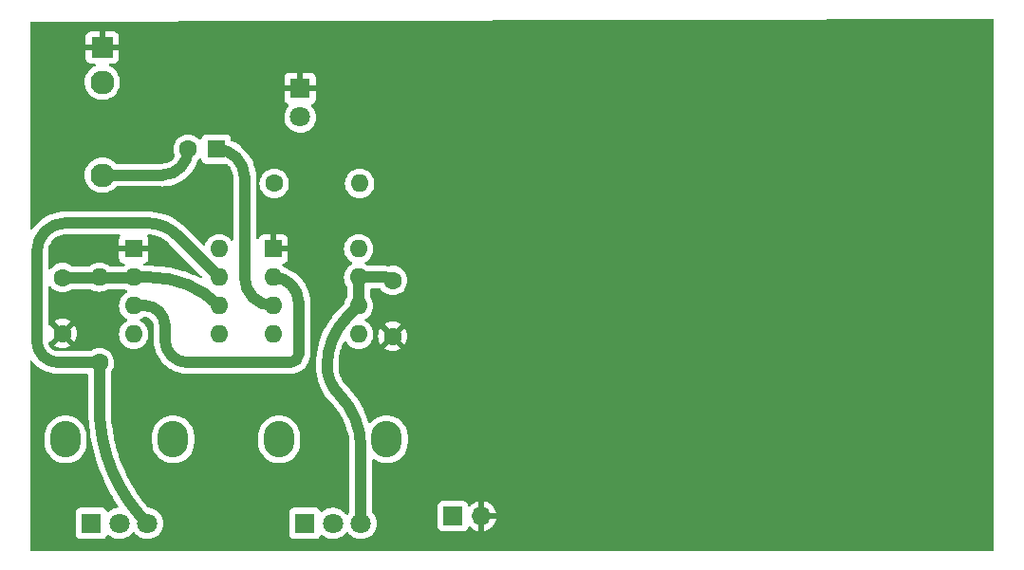
<source format=gbr>
%TF.GenerationSoftware,KiCad,Pcbnew,6.0.8+dfsg-1~bpo11+1*%
%TF.CreationDate,2022-10-27T04:09:56+08:00*%
%TF.ProjectId,SynthCard,53796e74-6843-4617-9264-2e6b69636164,rev?*%
%TF.SameCoordinates,Original*%
%TF.FileFunction,Copper,L1,Top*%
%TF.FilePolarity,Positive*%
%FSLAX46Y46*%
G04 Gerber Fmt 4.6, Leading zero omitted, Abs format (unit mm)*
G04 Created by KiCad (PCBNEW 6.0.8+dfsg-1~bpo11+1) date 2022-10-27 04:09:56*
%MOMM*%
%LPD*%
G01*
G04 APERTURE LIST*
%TA.AperFunction,ComponentPad*%
%ADD10C,1.600000*%
%TD*%
%TA.AperFunction,ComponentPad*%
%ADD11O,1.600000X1.600000*%
%TD*%
%TA.AperFunction,ComponentPad*%
%ADD12R,1.600000X1.600000*%
%TD*%
%TA.AperFunction,ComponentPad*%
%ADD13R,1.800000X1.800000*%
%TD*%
%TA.AperFunction,ComponentPad*%
%ADD14C,1.800000*%
%TD*%
%TA.AperFunction,ComponentPad*%
%ADD15R,1.930000X1.830000*%
%TD*%
%TA.AperFunction,ComponentPad*%
%ADD16C,2.130000*%
%TD*%
%TA.AperFunction,ComponentPad*%
%ADD17O,2.720000X3.240000*%
%TD*%
%TA.AperFunction,ComponentPad*%
%ADD18R,1.700000X1.700000*%
%TD*%
%TA.AperFunction,ComponentPad*%
%ADD19O,1.700000X1.700000*%
%TD*%
%TA.AperFunction,Conductor*%
%ADD20C,1.000000*%
%TD*%
%TA.AperFunction,Conductor*%
%ADD21C,0.250000*%
%TD*%
%TA.AperFunction,Conductor*%
%ADD22C,0.400000*%
%TD*%
G04 APERTURE END LIST*
D10*
%TO.P,R1,1*%
%TO.N,Net-(R1-Pad1)*%
X107696000Y-107188000D03*
D11*
%TO.P,R1,2*%
%TO.N,Net-(C1-Pad1)*%
X107696000Y-99568000D03*
%TD*%
D10*
%TO.P,C1,1*%
%TO.N,Net-(C1-Pad1)*%
X104394000Y-99608000D03*
%TO.P,C1,2*%
%TO.N,GND*%
X104394000Y-104608000D03*
%TD*%
D12*
%TO.P,U1,1,GND*%
%TO.N,GND*%
X110754000Y-97038000D03*
D11*
%TO.P,U1,2,TR*%
%TO.N,Net-(C1-Pad1)*%
X110754000Y-99578000D03*
%TO.P,U1,3,Q*%
%TO.N,Net-(U1-Pad3)*%
X110754000Y-102118000D03*
%TO.P,U1,4,R*%
%TO.N,+9V*%
X110754000Y-104658000D03*
%TO.P,U1,5,CV*%
%TO.N,unconnected-(U1-Pad5)*%
X118374000Y-104658000D03*
%TO.P,U1,6,THR*%
%TO.N,Net-(C1-Pad1)*%
X118374000Y-102118000D03*
%TO.P,U1,7,DIS*%
%TO.N,Net-(R1-Pad1)*%
X118374000Y-99578000D03*
%TO.P,U1,8,VCC*%
%TO.N,+9V*%
X118374000Y-97038000D03*
%TD*%
D13*
%TO.P,D1,1,K*%
%TO.N,GND*%
X125600000Y-82725000D03*
D14*
%TO.P,D1,2,A*%
%TO.N,Net-(D1-Pad2)*%
X125600000Y-85265000D03*
%TD*%
D12*
%TO.P,C3,1*%
%TO.N,Net-(C3-Pad1)*%
X118110000Y-88138000D03*
D10*
%TO.P,C3,2*%
%TO.N,Net-(C3-Pad2)*%
X115610000Y-88138000D03*
%TD*%
D15*
%TO.P,J2,S*%
%TO.N,GND*%
X107950000Y-79056000D03*
D16*
%TO.P,J2,T*%
%TO.N,Net-(C3-Pad2)*%
X107950000Y-90456000D03*
%TO.P,J2,TN*%
%TO.N,unconnected-(J2-PadTN)*%
X107950000Y-82156000D03*
%TD*%
D12*
%TO.P,U2,1,GND*%
%TO.N,GND*%
X123200000Y-97038000D03*
D11*
%TO.P,U2,2,TR*%
%TO.N,Net-(U1-Pad3)*%
X123200000Y-99578000D03*
%TO.P,U2,3,Q*%
%TO.N,Net-(C3-Pad1)*%
X123200000Y-102118000D03*
%TO.P,U2,4,R*%
%TO.N,+9V*%
X123200000Y-104658000D03*
%TO.P,U2,5,CV*%
%TO.N,unconnected-(U2-Pad5)*%
X130820000Y-104658000D03*
%TO.P,U2,6,THR*%
%TO.N,Net-(C2-Pad1)*%
X130820000Y-102118000D03*
%TO.P,U2,7,DIS*%
X130820000Y-99578000D03*
%TO.P,U2,8,VCC*%
%TO.N,+9V*%
X130820000Y-97038000D03*
%TD*%
D10*
%TO.P,C2,1*%
%TO.N,Net-(C2-Pad1)*%
X133858000Y-99862000D03*
%TO.P,C2,2*%
%TO.N,GND*%
X133858000Y-104862000D03*
%TD*%
%TO.P,R2,1*%
%TO.N,Net-(D1-Pad2)*%
X123290000Y-91200000D03*
D11*
%TO.P,R2,2*%
%TO.N,+9V*%
X130910000Y-91200000D03*
%TD*%
D17*
%TO.P,RV2,*%
%TO.N,*%
X123724000Y-114049000D03*
X133324000Y-114049000D03*
D13*
%TO.P,RV2,1,1*%
%TO.N,+9V*%
X126024000Y-121549000D03*
D14*
%TO.P,RV2,2,2*%
X128524000Y-121549000D03*
%TO.P,RV2,3,3*%
%TO.N,Net-(C2-Pad1)*%
X131024000Y-121549000D03*
%TD*%
D17*
%TO.P,RV1,*%
%TO.N,*%
X104674000Y-114049000D03*
X114274000Y-114049000D03*
D13*
%TO.P,RV1,1,1*%
%TO.N,+9V*%
X106974000Y-121549000D03*
D14*
%TO.P,RV1,2,2*%
X109474000Y-121549000D03*
%TO.P,RV1,3,3*%
%TO.N,Net-(R1-Pad1)*%
X111974000Y-121549000D03*
%TD*%
D18*
%TO.P,BT1,1,+*%
%TO.N,+9V*%
X139225000Y-120900000D03*
D19*
%TO.P,BT1,2,-*%
%TO.N,GND*%
X141765000Y-120900000D03*
%TD*%
D20*
%TO.N,Net-(C1-Pad1)*%
X110754000Y-99578000D02*
X112241898Y-99578000D01*
X104394000Y-99608000D02*
X110724000Y-99608000D01*
X118374001Y-102117999D02*
G75*
G03*
X112241898Y-99578000I-6132101J-6132101D01*
G01*
D21*
X110754000Y-99578000D02*
G75*
G02*
X110724000Y-99608000I-30000J0D01*
G01*
D20*
%TO.N,Net-(C2-Pad1)*%
X131024000Y-121549000D02*
X131024000Y-114791113D01*
X130820000Y-102118000D02*
X130820000Y-99578000D01*
D22*
X128016000Y-107529160D02*
X128016000Y-107442000D01*
D20*
X129797909Y-103140091D02*
X130820000Y-102118000D01*
X130820000Y-99578000D02*
X133172364Y-99578000D01*
X128016017Y-107529160D02*
G75*
G03*
X129032000Y-109982000I3468783J-40D01*
G01*
X129797913Y-103140095D02*
G75*
G03*
X128016000Y-107442000I4301887J-4301905D01*
G01*
X133858011Y-99861989D02*
G75*
G03*
X133172364Y-99578000I-685611J-685611D01*
G01*
X129032004Y-109981996D02*
G75*
G02*
X131024000Y-114791113I-4809104J-4809104D01*
G01*
%TO.N,Net-(C3-Pad2)*%
X113292000Y-90456000D02*
X107950000Y-90456000D01*
X113292000Y-90456000D02*
G75*
G03*
X115610000Y-88138000I0J2318000D01*
G01*
%TO.N,Net-(C3-Pad1)*%
X120650000Y-99568000D02*
X120650000Y-90678000D01*
X120650000Y-99568000D02*
G75*
G03*
X123200000Y-102118000I2550000J0D01*
G01*
X118110000Y-88138000D02*
G75*
G02*
X120650000Y-90678000I0J-2540000D01*
G01*
%TO.N,Net-(R1-Pad1)*%
X104047786Y-107188000D02*
X107696000Y-107188000D01*
X107696000Y-107188000D02*
X107696000Y-111220995D01*
X102108000Y-97282000D02*
X102108000Y-105248214D01*
X114615630Y-95819631D02*
X118374000Y-99578000D01*
X112014000Y-94742000D02*
X104648000Y-94742000D01*
X102108000Y-97282000D02*
G75*
G02*
X104648000Y-94742000I2540000J0D01*
G01*
X111973998Y-121549002D02*
G75*
G02*
X107696000Y-111220995I10328002J10328002D01*
G01*
X104047786Y-107188000D02*
G75*
G02*
X102108000Y-105248214I14J1939800D01*
G01*
X114615638Y-95819623D02*
G75*
G03*
X112014000Y-94742000I-2601638J-2601677D01*
G01*
%TO.N,Net-(U1-Pad3)*%
X125476000Y-101854000D02*
X125476000Y-106426000D01*
X113538000Y-105156000D02*
X113538000Y-103886000D01*
X124714000Y-107188000D02*
X115570000Y-107188000D01*
X111770000Y-102118000D02*
X110754000Y-102118000D01*
X125476000Y-101854000D02*
G75*
G03*
X123200000Y-99578000I-2276000J0D01*
G01*
X113538000Y-105156000D02*
G75*
G03*
X115570000Y-107188000I2032000J0D01*
G01*
X111770000Y-102118000D02*
G75*
G02*
X113538000Y-103886000I0J-1768000D01*
G01*
X124714000Y-107188000D02*
G75*
G03*
X125476000Y-106426000I0J762000D01*
G01*
%TD*%
%TA.AperFunction,Conductor*%
%TO.N,GND*%
G36*
X187441843Y-76545155D02*
G01*
X187488476Y-76598689D01*
X187500000Y-76651331D01*
X187500000Y-123874000D01*
X187479998Y-123942121D01*
X187426342Y-123988614D01*
X187374000Y-124000000D01*
X101626000Y-124000000D01*
X101557879Y-123979998D01*
X101511386Y-123926342D01*
X101500000Y-123874000D01*
X101500000Y-114377884D01*
X102805500Y-114377884D01*
X102805665Y-114380152D01*
X102805665Y-114380164D01*
X102813725Y-114491238D01*
X102820125Y-114579451D01*
X102821109Y-114583906D01*
X102821109Y-114583909D01*
X102876303Y-114833899D01*
X102878585Y-114844237D01*
X102974655Y-115097810D01*
X103106324Y-115334859D01*
X103270833Y-115550417D01*
X103464736Y-115739970D01*
X103468428Y-115742657D01*
X103468430Y-115742659D01*
X103565143Y-115813054D01*
X103683972Y-115899547D01*
X103923947Y-116025804D01*
X103928248Y-116027323D01*
X103928253Y-116027325D01*
X104061087Y-116074233D01*
X104179634Y-116116096D01*
X104277653Y-116135415D01*
X104441206Y-116167652D01*
X104441212Y-116167653D01*
X104445678Y-116168533D01*
X104450232Y-116168760D01*
X104450234Y-116168760D01*
X104711936Y-116181789D01*
X104711942Y-116181789D01*
X104716505Y-116182016D01*
X104986441Y-116156262D01*
X104990870Y-116155178D01*
X104990877Y-116155177D01*
X105150584Y-116116096D01*
X105249832Y-116091810D01*
X105409039Y-116027325D01*
X105496931Y-115991725D01*
X105496932Y-115991725D01*
X105501160Y-115990012D01*
X105735161Y-115852999D01*
X105946932Y-115683641D01*
X106068399Y-115553612D01*
X106128921Y-115488824D01*
X106128923Y-115488821D01*
X106132037Y-115485488D01*
X106286598Y-115262688D01*
X106368624Y-115097810D01*
X106405346Y-115023997D01*
X106405347Y-115023994D01*
X106407379Y-115019910D01*
X106491847Y-114762240D01*
X106495788Y-114739543D01*
X106537579Y-114498856D01*
X106537580Y-114498848D01*
X106538235Y-114495075D01*
X106542500Y-114409400D01*
X106542500Y-113720116D01*
X106540328Y-113690170D01*
X106528205Y-113523100D01*
X106527875Y-113518549D01*
X106511350Y-113443702D01*
X106470400Y-113258223D01*
X106470399Y-113258219D01*
X106469415Y-113253763D01*
X106373345Y-113000190D01*
X106241676Y-112763141D01*
X106077167Y-112547583D01*
X105883264Y-112358030D01*
X105664028Y-112198453D01*
X105424053Y-112072196D01*
X105419752Y-112070677D01*
X105419747Y-112070675D01*
X105241998Y-112007906D01*
X105168366Y-111981904D01*
X105070347Y-111962585D01*
X104906794Y-111930348D01*
X104906788Y-111930347D01*
X104902322Y-111929467D01*
X104897768Y-111929240D01*
X104897766Y-111929240D01*
X104636064Y-111916211D01*
X104636058Y-111916211D01*
X104631495Y-111915984D01*
X104361559Y-111941738D01*
X104357130Y-111942822D01*
X104357123Y-111942823D01*
X104227069Y-111974648D01*
X104098168Y-112006190D01*
X104093933Y-112007905D01*
X104093931Y-112007906D01*
X103851069Y-112106275D01*
X103846840Y-112107988D01*
X103612839Y-112245001D01*
X103401068Y-112414359D01*
X103397947Y-112417700D01*
X103226010Y-112601757D01*
X103215963Y-112612512D01*
X103061402Y-112835312D01*
X103059374Y-112839388D01*
X103059373Y-112839390D01*
X102977252Y-113004460D01*
X102940621Y-113078090D01*
X102856153Y-113335760D01*
X102855373Y-113340251D01*
X102855373Y-113340252D01*
X102848678Y-113378814D01*
X102809765Y-113602925D01*
X102805500Y-113688600D01*
X102805500Y-114377884D01*
X101500000Y-114377884D01*
X101500000Y-107147680D01*
X101520002Y-107079559D01*
X101573658Y-107033066D01*
X101643932Y-107022962D01*
X101708512Y-107052456D01*
X101728760Y-107074767D01*
X101739096Y-107089334D01*
X101959752Y-107336248D01*
X102206666Y-107556904D01*
X102476733Y-107748528D01*
X102766557Y-107908708D01*
X102799827Y-107922489D01*
X103069222Y-108034078D01*
X103069230Y-108034081D01*
X103072492Y-108035432D01*
X103075898Y-108036413D01*
X103075900Y-108036414D01*
X103387283Y-108126124D01*
X103387290Y-108126126D01*
X103390693Y-108127106D01*
X103643230Y-108170015D01*
X103713672Y-108181984D01*
X103713674Y-108181984D01*
X103717157Y-108182576D01*
X103994756Y-108198168D01*
X104003479Y-108198964D01*
X104015988Y-108200544D01*
X104015999Y-108200545D01*
X104019484Y-108200985D01*
X104022993Y-108201034D01*
X104026570Y-108201084D01*
X104047779Y-108201380D01*
X104091422Y-108197101D01*
X104103716Y-108196500D01*
X106561500Y-108196500D01*
X106629621Y-108216502D01*
X106676114Y-108270158D01*
X106687500Y-108322500D01*
X106687500Y-111149273D01*
X106686508Y-111165051D01*
X106683015Y-111192700D01*
X106682620Y-111220995D01*
X106683096Y-111225844D01*
X106683662Y-111235207D01*
X106699998Y-111942319D01*
X106749959Y-112662104D01*
X106761260Y-112759509D01*
X106829924Y-113351358D01*
X106833109Y-113378814D01*
X106833344Y-113380255D01*
X106833347Y-113380276D01*
X106883386Y-113687029D01*
X106949270Y-114090919D01*
X107098194Y-114796899D01*
X107098550Y-114798270D01*
X107098555Y-114798291D01*
X107279202Y-115493852D01*
X107279565Y-115495248D01*
X107279986Y-115496609D01*
X107279991Y-115496625D01*
X107338787Y-115686493D01*
X107492994Y-116184475D01*
X107738026Y-116863111D01*
X108014138Y-117529705D01*
X108014755Y-117531019D01*
X108245501Y-118022557D01*
X108320742Y-118182837D01*
X108657182Y-118821112D01*
X108657906Y-118822343D01*
X108657916Y-118822362D01*
X108886119Y-119210683D01*
X109022741Y-119443167D01*
X109023516Y-119444357D01*
X109023530Y-119444379D01*
X109360368Y-119961319D01*
X109380799Y-120029312D01*
X109361226Y-120097558D01*
X109307864Y-120144388D01*
X109273863Y-120154655D01*
X109146464Y-120174150D01*
X108926314Y-120246106D01*
X108921726Y-120248494D01*
X108921722Y-120248496D01*
X108725461Y-120350663D01*
X108720872Y-120353052D01*
X108716739Y-120356155D01*
X108716736Y-120356157D01*
X108535655Y-120492117D01*
X108534976Y-120491213D01*
X108475730Y-120519131D01*
X108405341Y-120509869D01*
X108351132Y-120464022D01*
X108338325Y-120438866D01*
X108327768Y-120410705D01*
X108327767Y-120410703D01*
X108324615Y-120402295D01*
X108237261Y-120285739D01*
X108120705Y-120198385D01*
X107984316Y-120147255D01*
X107922134Y-120140500D01*
X106025866Y-120140500D01*
X105963684Y-120147255D01*
X105827295Y-120198385D01*
X105710739Y-120285739D01*
X105623385Y-120402295D01*
X105572255Y-120538684D01*
X105565500Y-120600866D01*
X105565500Y-122497134D01*
X105572255Y-122559316D01*
X105623385Y-122695705D01*
X105710739Y-122812261D01*
X105827295Y-122899615D01*
X105963684Y-122950745D01*
X106025866Y-122957500D01*
X107922134Y-122957500D01*
X107984316Y-122950745D01*
X108120705Y-122899615D01*
X108237261Y-122812261D01*
X108324615Y-122695705D01*
X108328549Y-122685212D01*
X108339686Y-122655504D01*
X108382328Y-122598739D01*
X108448890Y-122574040D01*
X108518239Y-122589248D01*
X108538150Y-122602788D01*
X108663349Y-122706730D01*
X108863322Y-122823584D01*
X108868147Y-122825426D01*
X108868148Y-122825427D01*
X108942665Y-122853883D01*
X109079694Y-122906209D01*
X109084760Y-122907240D01*
X109084761Y-122907240D01*
X109137846Y-122918040D01*
X109306656Y-122952385D01*
X109436089Y-122957131D01*
X109532949Y-122960683D01*
X109532953Y-122960683D01*
X109538113Y-122960872D01*
X109543233Y-122960216D01*
X109543235Y-122960216D01*
X109617166Y-122950745D01*
X109767847Y-122931442D01*
X109772795Y-122929957D01*
X109772802Y-122929956D01*
X109984747Y-122866369D01*
X109989690Y-122864886D01*
X110005351Y-122857214D01*
X110193049Y-122765262D01*
X110193052Y-122765260D01*
X110197684Y-122762991D01*
X110386243Y-122628494D01*
X110550303Y-122465005D01*
X110619370Y-122368888D01*
X110675365Y-122325240D01*
X110746068Y-122318794D01*
X110809033Y-122351597D01*
X110829128Y-122376584D01*
X110830799Y-122379311D01*
X110830804Y-122379317D01*
X110833501Y-122383719D01*
X110985147Y-122558784D01*
X111163349Y-122706730D01*
X111363322Y-122823584D01*
X111368147Y-122825426D01*
X111368148Y-122825427D01*
X111442665Y-122853883D01*
X111579694Y-122906209D01*
X111584760Y-122907240D01*
X111584761Y-122907240D01*
X111637846Y-122918040D01*
X111806656Y-122952385D01*
X111936089Y-122957131D01*
X112032949Y-122960683D01*
X112032953Y-122960683D01*
X112038113Y-122960872D01*
X112043233Y-122960216D01*
X112043235Y-122960216D01*
X112117166Y-122950745D01*
X112267847Y-122931442D01*
X112272795Y-122929957D01*
X112272802Y-122929956D01*
X112484747Y-122866369D01*
X112489690Y-122864886D01*
X112505351Y-122857214D01*
X112693049Y-122765262D01*
X112693052Y-122765260D01*
X112697684Y-122762991D01*
X112886243Y-122628494D01*
X113018062Y-122497134D01*
X124615500Y-122497134D01*
X124622255Y-122559316D01*
X124673385Y-122695705D01*
X124760739Y-122812261D01*
X124877295Y-122899615D01*
X125013684Y-122950745D01*
X125075866Y-122957500D01*
X126972134Y-122957500D01*
X127034316Y-122950745D01*
X127170705Y-122899615D01*
X127287261Y-122812261D01*
X127374615Y-122695705D01*
X127378549Y-122685212D01*
X127389686Y-122655504D01*
X127432328Y-122598739D01*
X127498890Y-122574040D01*
X127568239Y-122589248D01*
X127588150Y-122602788D01*
X127713349Y-122706730D01*
X127913322Y-122823584D01*
X127918147Y-122825426D01*
X127918148Y-122825427D01*
X127992665Y-122853883D01*
X128129694Y-122906209D01*
X128134760Y-122907240D01*
X128134761Y-122907240D01*
X128187846Y-122918040D01*
X128356656Y-122952385D01*
X128486089Y-122957131D01*
X128582949Y-122960683D01*
X128582953Y-122960683D01*
X128588113Y-122960872D01*
X128593233Y-122960216D01*
X128593235Y-122960216D01*
X128667166Y-122950745D01*
X128817847Y-122931442D01*
X128822795Y-122929957D01*
X128822802Y-122929956D01*
X129034747Y-122866369D01*
X129039690Y-122864886D01*
X129055351Y-122857214D01*
X129243049Y-122765262D01*
X129243052Y-122765260D01*
X129247684Y-122762991D01*
X129436243Y-122628494D01*
X129600303Y-122465005D01*
X129669370Y-122368888D01*
X129725365Y-122325240D01*
X129796068Y-122318794D01*
X129859033Y-122351597D01*
X129879128Y-122376584D01*
X129880799Y-122379311D01*
X129880804Y-122379317D01*
X129883501Y-122383719D01*
X130035147Y-122558784D01*
X130213349Y-122706730D01*
X130413322Y-122823584D01*
X130418147Y-122825426D01*
X130418148Y-122825427D01*
X130492665Y-122853883D01*
X130629694Y-122906209D01*
X130634760Y-122907240D01*
X130634761Y-122907240D01*
X130687846Y-122918040D01*
X130856656Y-122952385D01*
X130986089Y-122957131D01*
X131082949Y-122960683D01*
X131082953Y-122960683D01*
X131088113Y-122960872D01*
X131093233Y-122960216D01*
X131093235Y-122960216D01*
X131167166Y-122950745D01*
X131317847Y-122931442D01*
X131322795Y-122929957D01*
X131322802Y-122929956D01*
X131534747Y-122866369D01*
X131539690Y-122864886D01*
X131555351Y-122857214D01*
X131743049Y-122765262D01*
X131743052Y-122765260D01*
X131747684Y-122762991D01*
X131936243Y-122628494D01*
X132100303Y-122465005D01*
X132235458Y-122276917D01*
X132258938Y-122229410D01*
X132335784Y-122073922D01*
X132335785Y-122073920D01*
X132338078Y-122069280D01*
X132405408Y-121847671D01*
X132411930Y-121798134D01*
X137866500Y-121798134D01*
X137873255Y-121860316D01*
X137924385Y-121996705D01*
X138011739Y-122113261D01*
X138128295Y-122200615D01*
X138264684Y-122251745D01*
X138326866Y-122258500D01*
X140123134Y-122258500D01*
X140185316Y-122251745D01*
X140321705Y-122200615D01*
X140438261Y-122113261D01*
X140525615Y-121996705D01*
X140569798Y-121878848D01*
X140612440Y-121822084D01*
X140679001Y-121797384D01*
X140748350Y-121812592D01*
X140783017Y-121840580D01*
X140808218Y-121869673D01*
X140815580Y-121876883D01*
X140979434Y-122012916D01*
X140987881Y-122018831D01*
X141171756Y-122126279D01*
X141181042Y-122130729D01*
X141380001Y-122206703D01*
X141389899Y-122209579D01*
X141493250Y-122230606D01*
X141507299Y-122229410D01*
X141511000Y-122219065D01*
X141511000Y-122218517D01*
X142019000Y-122218517D01*
X142023064Y-122232359D01*
X142036478Y-122234393D01*
X142043184Y-122233534D01*
X142053262Y-122231392D01*
X142257255Y-122170191D01*
X142266842Y-122166433D01*
X142458095Y-122072739D01*
X142466945Y-122067464D01*
X142640328Y-121943792D01*
X142648200Y-121937139D01*
X142799052Y-121786812D01*
X142805730Y-121778965D01*
X142930003Y-121606020D01*
X142935313Y-121597183D01*
X143029670Y-121406267D01*
X143033469Y-121396672D01*
X143095377Y-121192910D01*
X143097555Y-121182837D01*
X143098986Y-121171962D01*
X143096775Y-121157778D01*
X143083617Y-121154000D01*
X142037115Y-121154000D01*
X142021876Y-121158475D01*
X142020671Y-121159865D01*
X142019000Y-121167548D01*
X142019000Y-122218517D01*
X141511000Y-122218517D01*
X141511000Y-120627885D01*
X142019000Y-120627885D01*
X142023475Y-120643124D01*
X142024865Y-120644329D01*
X142032548Y-120646000D01*
X143083344Y-120646000D01*
X143096875Y-120642027D01*
X143098180Y-120632947D01*
X143056214Y-120465875D01*
X143052894Y-120456124D01*
X142967972Y-120260814D01*
X142963105Y-120251739D01*
X142847426Y-120072926D01*
X142841136Y-120064757D01*
X142697806Y-119907240D01*
X142690273Y-119900215D01*
X142523139Y-119768222D01*
X142514552Y-119762517D01*
X142328117Y-119659599D01*
X142318705Y-119655369D01*
X142117959Y-119584280D01*
X142107988Y-119581646D01*
X142036837Y-119568972D01*
X142023540Y-119570432D01*
X142019000Y-119584989D01*
X142019000Y-120627885D01*
X141511000Y-120627885D01*
X141511000Y-119583102D01*
X141507082Y-119569758D01*
X141492806Y-119567771D01*
X141454324Y-119573660D01*
X141444288Y-119576051D01*
X141241868Y-119642212D01*
X141232359Y-119646209D01*
X141043463Y-119744542D01*
X141034738Y-119750036D01*
X140864433Y-119877905D01*
X140856726Y-119884748D01*
X140779478Y-119965584D01*
X140717954Y-120001014D01*
X140647042Y-119997557D01*
X140589255Y-119956311D01*
X140570402Y-119922763D01*
X140528767Y-119811703D01*
X140525615Y-119803295D01*
X140438261Y-119686739D01*
X140321705Y-119599385D01*
X140185316Y-119548255D01*
X140123134Y-119541500D01*
X138326866Y-119541500D01*
X138264684Y-119548255D01*
X138128295Y-119599385D01*
X138011739Y-119686739D01*
X137924385Y-119803295D01*
X137873255Y-119939684D01*
X137866500Y-120001866D01*
X137866500Y-121798134D01*
X132411930Y-121798134D01*
X132435640Y-121618041D01*
X132437327Y-121549000D01*
X132425592Y-121406267D01*
X132418773Y-121323318D01*
X132418772Y-121323312D01*
X132418349Y-121318167D01*
X132380516Y-121167548D01*
X132363184Y-121098544D01*
X132363183Y-121098540D01*
X132361925Y-121093533D01*
X132269570Y-120881131D01*
X132143764Y-120686665D01*
X132106762Y-120646000D01*
X132065306Y-120600440D01*
X132034254Y-120536594D01*
X132032500Y-120515641D01*
X132032500Y-115927668D01*
X132052502Y-115859547D01*
X132106158Y-115813054D01*
X132176432Y-115802950D01*
X132232650Y-115825797D01*
X132330278Y-115896859D01*
X132330285Y-115896864D01*
X132333972Y-115899547D01*
X132573947Y-116025804D01*
X132578248Y-116027323D01*
X132578253Y-116027325D01*
X132711087Y-116074233D01*
X132829634Y-116116096D01*
X132927653Y-116135415D01*
X133091206Y-116167652D01*
X133091212Y-116167653D01*
X133095678Y-116168533D01*
X133100232Y-116168760D01*
X133100234Y-116168760D01*
X133361936Y-116181789D01*
X133361942Y-116181789D01*
X133366505Y-116182016D01*
X133636441Y-116156262D01*
X133640870Y-116155178D01*
X133640877Y-116155177D01*
X133800584Y-116116096D01*
X133899832Y-116091810D01*
X134059039Y-116027325D01*
X134146931Y-115991725D01*
X134146932Y-115991725D01*
X134151160Y-115990012D01*
X134385161Y-115852999D01*
X134596932Y-115683641D01*
X134718399Y-115553612D01*
X134778921Y-115488824D01*
X134778923Y-115488821D01*
X134782037Y-115485488D01*
X134936598Y-115262688D01*
X135018624Y-115097810D01*
X135055346Y-115023997D01*
X135055347Y-115023994D01*
X135057379Y-115019910D01*
X135141847Y-114762240D01*
X135145788Y-114739543D01*
X135187579Y-114498856D01*
X135187580Y-114498848D01*
X135188235Y-114495075D01*
X135192500Y-114409400D01*
X135192500Y-113720116D01*
X135190328Y-113690170D01*
X135178205Y-113523100D01*
X135177875Y-113518549D01*
X135161350Y-113443702D01*
X135120400Y-113258223D01*
X135120399Y-113258219D01*
X135119415Y-113253763D01*
X135023345Y-113000190D01*
X134891676Y-112763141D01*
X134727167Y-112547583D01*
X134533264Y-112358030D01*
X134314028Y-112198453D01*
X134074053Y-112072196D01*
X134069752Y-112070677D01*
X134069747Y-112070675D01*
X133891998Y-112007906D01*
X133818366Y-111981904D01*
X133720347Y-111962585D01*
X133556794Y-111930348D01*
X133556788Y-111930347D01*
X133552322Y-111929467D01*
X133547768Y-111929240D01*
X133547766Y-111929240D01*
X133286064Y-111916211D01*
X133286058Y-111916211D01*
X133281495Y-111915984D01*
X133011559Y-111941738D01*
X133007130Y-111942822D01*
X133007123Y-111942823D01*
X132877069Y-111974648D01*
X132748168Y-112006190D01*
X132743933Y-112007905D01*
X132743931Y-112007906D01*
X132501069Y-112106275D01*
X132496840Y-112107988D01*
X132262839Y-112245001D01*
X132051068Y-112414359D01*
X131953461Y-112518847D01*
X131907280Y-112568283D01*
X131846162Y-112604409D01*
X131775215Y-112601757D01*
X131716965Y-112561168D01*
X131694630Y-112518847D01*
X131622604Y-112281407D01*
X131622601Y-112281397D01*
X131622010Y-112279450D01*
X131441898Y-111800901D01*
X131254044Y-111386297D01*
X131231727Y-111337041D01*
X131231722Y-111337032D01*
X131230873Y-111335157D01*
X131069365Y-111032997D01*
X130990809Y-110886028D01*
X130990805Y-110886020D01*
X130989838Y-110884212D01*
X130888508Y-110721259D01*
X130720914Y-110451747D01*
X130719826Y-110449997D01*
X130421993Y-110034372D01*
X130204996Y-109769959D01*
X130098929Y-109640716D01*
X130098927Y-109640714D01*
X130097615Y-109639115D01*
X129780361Y-109300386D01*
X129772765Y-109291480D01*
X129770454Y-109288501D01*
X129770453Y-109288500D01*
X129768296Y-109285719D01*
X129759134Y-109276297D01*
X129758503Y-109275507D01*
X129757731Y-109274855D01*
X129754291Y-109271318D01*
X129751020Y-109267953D01*
X129751015Y-109267948D01*
X129748568Y-109265432D01*
X129731495Y-109251408D01*
X129717528Y-109238011D01*
X129565982Y-109068429D01*
X129557178Y-109057389D01*
X129405708Y-108843911D01*
X129398191Y-108831947D01*
X129271580Y-108602860D01*
X129265449Y-108590129D01*
X129165285Y-108348307D01*
X129160618Y-108334971D01*
X129122132Y-108201380D01*
X129088153Y-108083436D01*
X129085011Y-108069667D01*
X129082097Y-108052511D01*
X129041168Y-107811610D01*
X129039587Y-107797575D01*
X129038049Y-107770170D01*
X129027230Y-107577482D01*
X129027817Y-107556376D01*
X129028594Y-107549448D01*
X129028594Y-107549446D01*
X129029281Y-107543321D01*
X129026588Y-107511240D01*
X129027139Y-107484911D01*
X129028545Y-107473781D01*
X129028545Y-107473775D01*
X129028985Y-107470295D01*
X129029380Y-107442000D01*
X129028619Y-107434237D01*
X129026740Y-107415069D01*
X129026236Y-107397828D01*
X129039952Y-107048745D01*
X129040728Y-107038882D01*
X129086405Y-106652957D01*
X129087953Y-106643186D01*
X129136859Y-106397320D01*
X129163769Y-106262035D01*
X129166074Y-106252434D01*
X129251648Y-105949012D01*
X129271559Y-105878412D01*
X129274616Y-105869003D01*
X129409123Y-105504405D01*
X129412904Y-105495277D01*
X129478280Y-105353465D01*
X129524965Y-105299976D01*
X129593156Y-105280218D01*
X129661205Y-105300463D01*
X129695919Y-105333946D01*
X129810640Y-105497784D01*
X129813802Y-105502300D01*
X129975700Y-105664198D01*
X129980208Y-105667355D01*
X129980211Y-105667357D01*
X130018350Y-105694062D01*
X130163251Y-105795523D01*
X130168233Y-105797846D01*
X130168238Y-105797849D01*
X130332623Y-105874502D01*
X130370757Y-105892284D01*
X130376065Y-105893706D01*
X130376067Y-105893707D01*
X130586598Y-105950119D01*
X130586600Y-105950119D01*
X130591913Y-105951543D01*
X130820000Y-105971498D01*
X131048087Y-105951543D01*
X131053400Y-105950119D01*
X131053402Y-105950119D01*
X131061079Y-105948062D01*
X133136493Y-105948062D01*
X133145789Y-105960077D01*
X133196994Y-105995931D01*
X133206489Y-106001414D01*
X133403947Y-106093490D01*
X133414239Y-106097236D01*
X133624688Y-106153625D01*
X133635481Y-106155528D01*
X133852525Y-106174517D01*
X133863475Y-106174517D01*
X134080519Y-106155528D01*
X134091312Y-106153625D01*
X134301761Y-106097236D01*
X134312053Y-106093490D01*
X134509511Y-106001414D01*
X134519006Y-105995931D01*
X134571048Y-105959491D01*
X134579424Y-105949012D01*
X134572356Y-105935566D01*
X133870812Y-105234022D01*
X133856868Y-105226408D01*
X133855035Y-105226539D01*
X133848420Y-105230790D01*
X133142923Y-105936287D01*
X133136493Y-105948062D01*
X131061079Y-105948062D01*
X131263933Y-105893707D01*
X131263935Y-105893706D01*
X131269243Y-105892284D01*
X131307377Y-105874502D01*
X131471762Y-105797849D01*
X131471767Y-105797846D01*
X131476749Y-105795523D01*
X131621650Y-105694062D01*
X131659789Y-105667357D01*
X131659792Y-105667355D01*
X131664300Y-105664198D01*
X131826198Y-105502300D01*
X131829361Y-105497784D01*
X131928114Y-105356749D01*
X131957523Y-105314749D01*
X131959846Y-105309767D01*
X131959849Y-105309762D01*
X132051961Y-105112225D01*
X132051961Y-105112224D01*
X132054284Y-105107243D01*
X132069151Y-105051761D01*
X132112119Y-104891402D01*
X132112119Y-104891400D01*
X132113543Y-104886087D01*
X132115171Y-104867475D01*
X132545483Y-104867475D01*
X132564472Y-105084519D01*
X132566375Y-105095312D01*
X132622764Y-105305761D01*
X132626510Y-105316053D01*
X132718586Y-105513511D01*
X132724069Y-105523006D01*
X132760509Y-105575048D01*
X132770988Y-105583424D01*
X132784434Y-105576356D01*
X133485978Y-104874812D01*
X133492356Y-104863132D01*
X134222408Y-104863132D01*
X134222539Y-104864965D01*
X134226790Y-104871580D01*
X134932287Y-105577077D01*
X134944062Y-105583507D01*
X134956077Y-105574211D01*
X134991931Y-105523006D01*
X134997414Y-105513511D01*
X135089490Y-105316053D01*
X135093236Y-105305761D01*
X135149625Y-105095312D01*
X135151528Y-105084519D01*
X135170517Y-104867475D01*
X135170517Y-104856525D01*
X135151528Y-104639481D01*
X135149625Y-104628688D01*
X135093236Y-104418239D01*
X135089490Y-104407947D01*
X134997414Y-104210489D01*
X134991931Y-104200994D01*
X134955491Y-104148952D01*
X134945012Y-104140576D01*
X134931566Y-104147644D01*
X134230022Y-104849188D01*
X134222408Y-104863132D01*
X133492356Y-104863132D01*
X133493592Y-104860868D01*
X133493461Y-104859035D01*
X133489210Y-104852420D01*
X132783713Y-104146923D01*
X132771938Y-104140493D01*
X132759923Y-104149789D01*
X132724069Y-104200994D01*
X132718586Y-104210489D01*
X132626510Y-104407947D01*
X132622764Y-104418239D01*
X132566375Y-104628688D01*
X132564472Y-104639481D01*
X132545483Y-104856525D01*
X132545483Y-104867475D01*
X132115171Y-104867475D01*
X132133498Y-104658000D01*
X132113543Y-104429913D01*
X132107657Y-104407947D01*
X132055707Y-104214067D01*
X132055706Y-104214065D01*
X132054284Y-104208757D01*
X131975085Y-104038913D01*
X131959849Y-104006238D01*
X131959846Y-104006233D01*
X131957523Y-104001251D01*
X131879165Y-103889344D01*
X131829357Y-103818211D01*
X131829355Y-103818208D01*
X131826198Y-103813700D01*
X131787486Y-103774988D01*
X133136576Y-103774988D01*
X133143644Y-103788434D01*
X133845188Y-104489978D01*
X133859132Y-104497592D01*
X133860965Y-104497461D01*
X133867580Y-104493210D01*
X134573077Y-103787713D01*
X134579507Y-103775938D01*
X134570211Y-103763923D01*
X134519006Y-103728069D01*
X134509511Y-103722586D01*
X134312053Y-103630510D01*
X134301761Y-103626764D01*
X134091312Y-103570375D01*
X134080519Y-103568472D01*
X133863475Y-103549483D01*
X133852525Y-103549483D01*
X133635481Y-103568472D01*
X133624688Y-103570375D01*
X133414239Y-103626764D01*
X133403947Y-103630510D01*
X133206489Y-103722586D01*
X133196994Y-103728069D01*
X133144952Y-103764509D01*
X133136576Y-103774988D01*
X131787486Y-103774988D01*
X131664300Y-103651802D01*
X131659792Y-103648645D01*
X131659789Y-103648643D01*
X131554103Y-103574641D01*
X131476749Y-103520477D01*
X131471767Y-103518154D01*
X131471762Y-103518151D01*
X131437543Y-103502195D01*
X131384258Y-103455278D01*
X131364797Y-103387001D01*
X131385339Y-103319041D01*
X131437543Y-103273805D01*
X131471762Y-103257849D01*
X131471767Y-103257846D01*
X131476749Y-103255523D01*
X131583591Y-103180711D01*
X131659789Y-103127357D01*
X131659792Y-103127355D01*
X131664300Y-103124198D01*
X131826198Y-102962300D01*
X131829361Y-102957784D01*
X131899040Y-102858271D01*
X131957523Y-102774749D01*
X131959846Y-102769767D01*
X131959849Y-102769762D01*
X132051961Y-102572225D01*
X132051961Y-102572224D01*
X132054284Y-102567243D01*
X132113543Y-102346087D01*
X132133498Y-102118000D01*
X132113543Y-101889913D01*
X132111008Y-101880452D01*
X132055707Y-101674067D01*
X132055706Y-101674065D01*
X132054284Y-101668757D01*
X131996450Y-101544731D01*
X131959849Y-101466238D01*
X131959846Y-101466233D01*
X131957523Y-101461251D01*
X131851287Y-101309531D01*
X131828500Y-101237260D01*
X131828500Y-100712500D01*
X131848502Y-100644379D01*
X131902158Y-100597886D01*
X131954500Y-100586500D01*
X132702326Y-100586500D01*
X132770447Y-100606502D01*
X132805539Y-100640230D01*
X132848639Y-100701784D01*
X132848643Y-100701789D01*
X132851802Y-100706300D01*
X133013700Y-100868198D01*
X133018208Y-100871355D01*
X133018211Y-100871357D01*
X133080937Y-100915278D01*
X133201251Y-100999523D01*
X133206233Y-101001846D01*
X133206238Y-101001849D01*
X133403775Y-101093961D01*
X133408757Y-101096284D01*
X133414065Y-101097706D01*
X133414067Y-101097707D01*
X133624598Y-101154119D01*
X133624600Y-101154119D01*
X133629913Y-101155543D01*
X133858000Y-101175498D01*
X134086087Y-101155543D01*
X134091400Y-101154119D01*
X134091402Y-101154119D01*
X134301933Y-101097707D01*
X134301935Y-101097706D01*
X134307243Y-101096284D01*
X134312225Y-101093961D01*
X134509762Y-101001849D01*
X134509767Y-101001846D01*
X134514749Y-100999523D01*
X134635063Y-100915278D01*
X134697789Y-100871357D01*
X134697792Y-100871355D01*
X134702300Y-100868198D01*
X134864198Y-100706300D01*
X134867361Y-100701784D01*
X134932127Y-100609287D01*
X134995523Y-100518749D01*
X134997846Y-100513767D01*
X134997849Y-100513762D01*
X135089961Y-100316225D01*
X135089961Y-100316224D01*
X135092284Y-100311243D01*
X135151543Y-100090087D01*
X135171498Y-99862000D01*
X135151543Y-99633913D01*
X135092284Y-99412757D01*
X135089929Y-99407706D01*
X134997849Y-99210238D01*
X134997846Y-99210233D01*
X134995523Y-99205251D01*
X134864198Y-99017700D01*
X134702300Y-98855802D01*
X134697792Y-98852645D01*
X134697789Y-98852643D01*
X134570765Y-98763700D01*
X134514749Y-98724477D01*
X134509767Y-98722154D01*
X134509762Y-98722151D01*
X134312225Y-98630039D01*
X134312224Y-98630039D01*
X134307243Y-98627716D01*
X134301935Y-98626294D01*
X134301933Y-98626293D01*
X134091402Y-98569881D01*
X134091400Y-98569881D01*
X134086087Y-98568457D01*
X133858000Y-98548502D01*
X133629913Y-98568457D01*
X133541321Y-98592195D01*
X133487611Y-98594708D01*
X133394163Y-98578833D01*
X133247133Y-98570581D01*
X133238419Y-98569788D01*
X133210226Y-98566227D01*
X133204106Y-98565454D01*
X133204104Y-98565454D01*
X133200621Y-98565014D01*
X133197112Y-98564965D01*
X133197110Y-98564965D01*
X133182884Y-98564767D01*
X133172326Y-98564620D01*
X133131312Y-98568643D01*
X133128712Y-98568898D01*
X133116412Y-98569500D01*
X131700740Y-98569500D01*
X131628469Y-98546713D01*
X131555818Y-98495842D01*
X131476749Y-98440477D01*
X131471767Y-98438154D01*
X131471762Y-98438151D01*
X131437543Y-98422195D01*
X131384258Y-98375278D01*
X131364797Y-98307001D01*
X131385339Y-98239041D01*
X131437543Y-98193805D01*
X131471762Y-98177849D01*
X131471767Y-98177846D01*
X131476749Y-98175523D01*
X131618805Y-98076054D01*
X131659789Y-98047357D01*
X131659792Y-98047355D01*
X131664300Y-98044198D01*
X131826198Y-97882300D01*
X131829361Y-97877784D01*
X131954366Y-97699257D01*
X131957523Y-97694749D01*
X131959846Y-97689767D01*
X131959849Y-97689762D01*
X132051961Y-97492225D01*
X132051961Y-97492224D01*
X132054284Y-97487243D01*
X132092185Y-97345798D01*
X132112119Y-97271402D01*
X132112119Y-97271400D01*
X132113543Y-97266087D01*
X132133498Y-97038000D01*
X132113543Y-96809913D01*
X132105028Y-96778135D01*
X132055707Y-96594067D01*
X132055706Y-96594065D01*
X132054284Y-96588757D01*
X132051961Y-96583775D01*
X131959849Y-96386238D01*
X131959846Y-96386233D01*
X131957523Y-96381251D01*
X131858287Y-96239527D01*
X131829357Y-96198211D01*
X131829355Y-96198208D01*
X131826198Y-96193700D01*
X131664300Y-96031802D01*
X131659792Y-96028645D01*
X131659789Y-96028643D01*
X131555861Y-95955872D01*
X131476749Y-95900477D01*
X131471767Y-95898154D01*
X131471762Y-95898151D01*
X131274225Y-95806039D01*
X131274224Y-95806039D01*
X131269243Y-95803716D01*
X131263935Y-95802294D01*
X131263933Y-95802293D01*
X131053402Y-95745881D01*
X131053400Y-95745881D01*
X131048087Y-95744457D01*
X130820000Y-95724502D01*
X130591913Y-95744457D01*
X130586600Y-95745881D01*
X130586598Y-95745881D01*
X130376067Y-95802293D01*
X130376065Y-95802294D01*
X130370757Y-95803716D01*
X130365776Y-95806039D01*
X130365775Y-95806039D01*
X130168238Y-95898151D01*
X130168233Y-95898154D01*
X130163251Y-95900477D01*
X130084139Y-95955872D01*
X129980211Y-96028643D01*
X129980208Y-96028645D01*
X129975700Y-96031802D01*
X129813802Y-96193700D01*
X129810645Y-96198208D01*
X129810643Y-96198211D01*
X129781713Y-96239527D01*
X129682477Y-96381251D01*
X129680154Y-96386233D01*
X129680151Y-96386238D01*
X129588039Y-96583775D01*
X129585716Y-96588757D01*
X129584294Y-96594065D01*
X129584293Y-96594067D01*
X129534972Y-96778135D01*
X129526457Y-96809913D01*
X129506502Y-97038000D01*
X129526457Y-97266087D01*
X129527881Y-97271400D01*
X129527881Y-97271402D01*
X129547816Y-97345798D01*
X129585716Y-97487243D01*
X129588039Y-97492224D01*
X129588039Y-97492225D01*
X129680151Y-97689762D01*
X129680154Y-97689767D01*
X129682477Y-97694749D01*
X129685634Y-97699257D01*
X129810640Y-97877784D01*
X129813802Y-97882300D01*
X129975700Y-98044198D01*
X129980208Y-98047355D01*
X129980211Y-98047357D01*
X130021195Y-98076054D01*
X130163251Y-98175523D01*
X130168233Y-98177846D01*
X130168238Y-98177849D01*
X130202457Y-98193805D01*
X130255742Y-98240722D01*
X130275203Y-98308999D01*
X130254661Y-98376959D01*
X130202457Y-98422195D01*
X130168238Y-98438151D01*
X130168233Y-98438154D01*
X130163251Y-98440477D01*
X130058955Y-98513506D01*
X129980211Y-98568643D01*
X129980208Y-98568645D01*
X129975700Y-98571802D01*
X129813802Y-98733700D01*
X129810645Y-98738208D01*
X129810643Y-98738211D01*
X129781713Y-98779527D01*
X129682477Y-98921251D01*
X129680154Y-98926233D01*
X129680151Y-98926238D01*
X129637502Y-99017700D01*
X129585716Y-99128757D01*
X129584294Y-99134065D01*
X129584293Y-99134067D01*
X129531072Y-99332688D01*
X129526457Y-99349913D01*
X129506502Y-99578000D01*
X129526457Y-99806087D01*
X129527881Y-99811400D01*
X129527881Y-99811402D01*
X129550539Y-99895960D01*
X129585716Y-100027243D01*
X129588039Y-100032224D01*
X129588039Y-100032225D01*
X129680151Y-100229762D01*
X129680154Y-100229767D01*
X129682477Y-100234749D01*
X129755996Y-100339744D01*
X129788713Y-100386469D01*
X129811500Y-100458740D01*
X129811500Y-101237260D01*
X129788713Y-101309531D01*
X129682477Y-101461251D01*
X129680154Y-101466233D01*
X129680151Y-101466238D01*
X129643550Y-101544731D01*
X129585716Y-101668757D01*
X129526457Y-101889913D01*
X129523858Y-101919624D01*
X129521308Y-101948770D01*
X129495445Y-102014888D01*
X129484882Y-102026884D01*
X129135516Y-102376250D01*
X129123647Y-102386715D01*
X129104409Y-102401637D01*
X129104405Y-102401641D01*
X129101630Y-102403793D01*
X129081343Y-102423522D01*
X129079099Y-102426254D01*
X129077784Y-102427684D01*
X129074972Y-102430897D01*
X128736389Y-102794560D01*
X128734990Y-102796297D01*
X128734984Y-102796303D01*
X128465041Y-103131281D01*
X128418509Y-103189023D01*
X128417237Y-103190855D01*
X128417234Y-103190859D01*
X128168236Y-103549483D01*
X128129579Y-103605159D01*
X128128431Y-103607094D01*
X127926759Y-103946994D01*
X127871073Y-104040847D01*
X127644307Y-104493866D01*
X127643454Y-104495927D01*
X127643451Y-104495932D01*
X127481844Y-104886087D01*
X127450437Y-104961909D01*
X127290451Y-105442589D01*
X127289897Y-105444760D01*
X127289896Y-105444763D01*
X127256309Y-105576356D01*
X127165163Y-105933458D01*
X127164767Y-105935652D01*
X127164765Y-105935662D01*
X127082560Y-106391295D01*
X127075214Y-106432014D01*
X127074973Y-106434253D01*
X127074972Y-106434262D01*
X127022570Y-106921675D01*
X127021060Y-106935717D01*
X127004556Y-107397828D01*
X127004011Y-107413078D01*
X127003414Y-107421160D01*
X127003406Y-107421723D01*
X127002719Y-107427851D01*
X127003234Y-107433987D01*
X127003234Y-107433988D01*
X127003255Y-107434237D01*
X127003228Y-107434239D01*
X127003166Y-107436723D01*
X127002978Y-107441996D01*
X127002186Y-107441968D01*
X127002180Y-107442142D01*
X127003871Y-107442000D01*
X127003907Y-107442000D01*
X127005412Y-107459919D01*
X127004860Y-107486250D01*
X127003015Y-107500853D01*
X127002620Y-107529148D01*
X127003429Y-107537399D01*
X127003907Y-107544165D01*
X127007970Y-107637243D01*
X127019746Y-107907002D01*
X127020302Y-107919747D01*
X127071330Y-108307373D01*
X127155948Y-108689077D01*
X127156769Y-108691682D01*
X127156772Y-108691692D01*
X127202947Y-108838143D01*
X127273513Y-109061953D01*
X127423128Y-109423163D01*
X127603657Y-109769959D01*
X127813724Y-110099701D01*
X128051731Y-110409879D01*
X128281341Y-110660455D01*
X128287992Y-110668338D01*
X128295704Y-110678281D01*
X128304866Y-110687703D01*
X128305497Y-110688493D01*
X128306269Y-110689145D01*
X128315432Y-110698568D01*
X128318133Y-110700787D01*
X128318141Y-110700794D01*
X128336376Y-110715772D01*
X128348924Y-110727607D01*
X128624269Y-111025474D01*
X128630692Y-111032995D01*
X128868898Y-111335157D01*
X128906150Y-111382411D01*
X128911965Y-111390415D01*
X129159152Y-111760358D01*
X129164322Y-111768794D01*
X129381735Y-112157014D01*
X129386216Y-112165809D01*
X129572494Y-112569876D01*
X129576280Y-112579017D01*
X129730280Y-112996456D01*
X129733337Y-113005864D01*
X129854110Y-113434094D01*
X129856417Y-113443702D01*
X129943218Y-113880087D01*
X129944766Y-113889859D01*
X129997062Y-114331714D01*
X129997838Y-114341576D01*
X130013474Y-114739543D01*
X130012786Y-114758533D01*
X130010719Y-114776962D01*
X130011235Y-114783106D01*
X130015058Y-114828635D01*
X130015500Y-114839178D01*
X130015500Y-120515006D01*
X129995498Y-120583127D01*
X129980594Y-120602057D01*
X129925639Y-120659564D01*
X129878836Y-120728174D01*
X129823927Y-120773175D01*
X129753402Y-120781346D01*
X129689655Y-120750092D01*
X129668959Y-120725609D01*
X129646577Y-120691013D01*
X129646574Y-120691009D01*
X129643764Y-120686665D01*
X129594885Y-120632947D01*
X129533540Y-120565530D01*
X129487887Y-120515358D01*
X129483836Y-120512159D01*
X129483832Y-120512155D01*
X129310177Y-120375011D01*
X129310172Y-120375008D01*
X129306123Y-120371810D01*
X129301607Y-120369317D01*
X129301604Y-120369315D01*
X129107879Y-120262373D01*
X129107875Y-120262371D01*
X129103355Y-120259876D01*
X129098486Y-120258152D01*
X129098482Y-120258150D01*
X128889903Y-120184288D01*
X128889899Y-120184287D01*
X128885028Y-120182562D01*
X128879935Y-120181655D01*
X128879932Y-120181654D01*
X128662095Y-120142851D01*
X128662089Y-120142850D01*
X128657006Y-120141945D01*
X128584096Y-120141054D01*
X128430581Y-120139179D01*
X128430579Y-120139179D01*
X128425411Y-120139116D01*
X128196464Y-120174150D01*
X127976314Y-120246106D01*
X127971726Y-120248494D01*
X127971722Y-120248496D01*
X127775461Y-120350663D01*
X127770872Y-120353052D01*
X127766739Y-120356155D01*
X127766736Y-120356157D01*
X127585655Y-120492117D01*
X127584976Y-120491213D01*
X127525730Y-120519131D01*
X127455341Y-120509869D01*
X127401132Y-120464022D01*
X127388325Y-120438866D01*
X127377768Y-120410705D01*
X127377767Y-120410703D01*
X127374615Y-120402295D01*
X127287261Y-120285739D01*
X127170705Y-120198385D01*
X127034316Y-120147255D01*
X126972134Y-120140500D01*
X125075866Y-120140500D01*
X125013684Y-120147255D01*
X124877295Y-120198385D01*
X124760739Y-120285739D01*
X124673385Y-120402295D01*
X124622255Y-120538684D01*
X124615500Y-120600866D01*
X124615500Y-122497134D01*
X113018062Y-122497134D01*
X113050303Y-122465005D01*
X113185458Y-122276917D01*
X113208938Y-122229410D01*
X113285784Y-122073922D01*
X113285785Y-122073920D01*
X113288078Y-122069280D01*
X113355408Y-121847671D01*
X113385640Y-121618041D01*
X113387327Y-121549000D01*
X113375592Y-121406267D01*
X113368773Y-121323318D01*
X113368772Y-121323312D01*
X113368349Y-121318167D01*
X113330516Y-121167548D01*
X113313184Y-121098544D01*
X113313183Y-121098540D01*
X113311925Y-121093533D01*
X113219570Y-120881131D01*
X113093764Y-120686665D01*
X113044885Y-120632947D01*
X112983540Y-120565530D01*
X112937887Y-120515358D01*
X112933836Y-120512159D01*
X112933832Y-120512155D01*
X112760177Y-120375011D01*
X112760172Y-120375008D01*
X112756123Y-120371810D01*
X112751607Y-120369317D01*
X112751604Y-120369315D01*
X112557879Y-120262373D01*
X112557875Y-120262371D01*
X112553355Y-120259876D01*
X112548486Y-120258152D01*
X112548482Y-120258150D01*
X112339903Y-120184288D01*
X112339899Y-120184287D01*
X112335028Y-120182562D01*
X112329935Y-120181655D01*
X112329932Y-120181654D01*
X112112095Y-120142851D01*
X112112089Y-120142850D01*
X112107006Y-120141945D01*
X112101844Y-120141882D01*
X112096683Y-120141394D01*
X112096786Y-120140302D01*
X112034068Y-120121048D01*
X112007670Y-120097723D01*
X111858239Y-119922763D01*
X111736894Y-119780686D01*
X111732750Y-119775569D01*
X111303385Y-119216008D01*
X111299517Y-119210683D01*
X111031773Y-118821112D01*
X110900049Y-118629453D01*
X110896456Y-118623921D01*
X110841317Y-118533943D01*
X110527927Y-118022536D01*
X110524653Y-118016865D01*
X110314436Y-117629693D01*
X110188113Y-117397034D01*
X110185118Y-117391156D01*
X109881486Y-116754579D01*
X109878803Y-116748553D01*
X109608903Y-116096957D01*
X109606539Y-116090799D01*
X109415180Y-115550417D01*
X109371105Y-115425953D01*
X109369068Y-115419683D01*
X109249365Y-115015572D01*
X109168758Y-114743447D01*
X109167055Y-114737092D01*
X109128117Y-114574900D01*
X109080817Y-114377884D01*
X112405500Y-114377884D01*
X112405665Y-114380152D01*
X112405665Y-114380164D01*
X112413725Y-114491238D01*
X112420125Y-114579451D01*
X112421109Y-114583906D01*
X112421109Y-114583909D01*
X112476303Y-114833899D01*
X112478585Y-114844237D01*
X112574655Y-115097810D01*
X112706324Y-115334859D01*
X112870833Y-115550417D01*
X113064736Y-115739970D01*
X113068428Y-115742657D01*
X113068430Y-115742659D01*
X113165143Y-115813054D01*
X113283972Y-115899547D01*
X113523947Y-116025804D01*
X113528248Y-116027323D01*
X113528253Y-116027325D01*
X113661087Y-116074233D01*
X113779634Y-116116096D01*
X113877653Y-116135415D01*
X114041206Y-116167652D01*
X114041212Y-116167653D01*
X114045678Y-116168533D01*
X114050232Y-116168760D01*
X114050234Y-116168760D01*
X114311936Y-116181789D01*
X114311942Y-116181789D01*
X114316505Y-116182016D01*
X114586441Y-116156262D01*
X114590870Y-116155178D01*
X114590877Y-116155177D01*
X114750584Y-116116096D01*
X114849832Y-116091810D01*
X115009039Y-116027325D01*
X115096931Y-115991725D01*
X115096932Y-115991725D01*
X115101160Y-115990012D01*
X115335161Y-115852999D01*
X115546932Y-115683641D01*
X115668399Y-115553612D01*
X115728921Y-115488824D01*
X115728923Y-115488821D01*
X115732037Y-115485488D01*
X115886598Y-115262688D01*
X115968624Y-115097810D01*
X116005346Y-115023997D01*
X116005347Y-115023994D01*
X116007379Y-115019910D01*
X116091847Y-114762240D01*
X116095788Y-114739543D01*
X116137579Y-114498856D01*
X116137580Y-114498848D01*
X116138235Y-114495075D01*
X116142500Y-114409400D01*
X116142500Y-114377884D01*
X121855500Y-114377884D01*
X121855665Y-114380152D01*
X121855665Y-114380164D01*
X121863725Y-114491238D01*
X121870125Y-114579451D01*
X121871109Y-114583906D01*
X121871109Y-114583909D01*
X121926303Y-114833899D01*
X121928585Y-114844237D01*
X122024655Y-115097810D01*
X122156324Y-115334859D01*
X122320833Y-115550417D01*
X122514736Y-115739970D01*
X122518428Y-115742657D01*
X122518430Y-115742659D01*
X122615143Y-115813054D01*
X122733972Y-115899547D01*
X122973947Y-116025804D01*
X122978248Y-116027323D01*
X122978253Y-116027325D01*
X123111087Y-116074233D01*
X123229634Y-116116096D01*
X123327653Y-116135415D01*
X123491206Y-116167652D01*
X123491212Y-116167653D01*
X123495678Y-116168533D01*
X123500232Y-116168760D01*
X123500234Y-116168760D01*
X123761936Y-116181789D01*
X123761942Y-116181789D01*
X123766505Y-116182016D01*
X124036441Y-116156262D01*
X124040870Y-116155178D01*
X124040877Y-116155177D01*
X124200584Y-116116096D01*
X124299832Y-116091810D01*
X124459039Y-116027325D01*
X124546931Y-115991725D01*
X124546932Y-115991725D01*
X124551160Y-115990012D01*
X124785161Y-115852999D01*
X124996932Y-115683641D01*
X125118399Y-115553612D01*
X125178921Y-115488824D01*
X125178923Y-115488821D01*
X125182037Y-115485488D01*
X125336598Y-115262688D01*
X125418624Y-115097810D01*
X125455346Y-115023997D01*
X125455347Y-115023994D01*
X125457379Y-115019910D01*
X125541847Y-114762240D01*
X125545788Y-114739543D01*
X125587579Y-114498856D01*
X125587580Y-114498848D01*
X125588235Y-114495075D01*
X125592500Y-114409400D01*
X125592500Y-113720116D01*
X125590328Y-113690170D01*
X125578205Y-113523100D01*
X125577875Y-113518549D01*
X125561350Y-113443702D01*
X125520400Y-113258223D01*
X125520399Y-113258219D01*
X125519415Y-113253763D01*
X125423345Y-113000190D01*
X125291676Y-112763141D01*
X125127167Y-112547583D01*
X124933264Y-112358030D01*
X124714028Y-112198453D01*
X124474053Y-112072196D01*
X124469752Y-112070677D01*
X124469747Y-112070675D01*
X124291998Y-112007906D01*
X124218366Y-111981904D01*
X124120347Y-111962585D01*
X123956794Y-111930348D01*
X123956788Y-111930347D01*
X123952322Y-111929467D01*
X123947768Y-111929240D01*
X123947766Y-111929240D01*
X123686064Y-111916211D01*
X123686058Y-111916211D01*
X123681495Y-111915984D01*
X123411559Y-111941738D01*
X123407130Y-111942822D01*
X123407123Y-111942823D01*
X123277069Y-111974648D01*
X123148168Y-112006190D01*
X123143933Y-112007905D01*
X123143931Y-112007906D01*
X122901069Y-112106275D01*
X122896840Y-112107988D01*
X122662839Y-112245001D01*
X122451068Y-112414359D01*
X122447947Y-112417700D01*
X122276010Y-112601757D01*
X122265963Y-112612512D01*
X122111402Y-112835312D01*
X122109374Y-112839388D01*
X122109373Y-112839390D01*
X122027252Y-113004460D01*
X121990621Y-113078090D01*
X121906153Y-113335760D01*
X121905373Y-113340251D01*
X121905373Y-113340252D01*
X121898678Y-113378814D01*
X121859765Y-113602925D01*
X121855500Y-113688600D01*
X121855500Y-114377884D01*
X116142500Y-114377884D01*
X116142500Y-113720116D01*
X116140328Y-113690170D01*
X116128205Y-113523100D01*
X116127875Y-113518549D01*
X116111350Y-113443702D01*
X116070400Y-113258223D01*
X116070399Y-113258219D01*
X116069415Y-113253763D01*
X115973345Y-113000190D01*
X115841676Y-112763141D01*
X115677167Y-112547583D01*
X115483264Y-112358030D01*
X115264028Y-112198453D01*
X115024053Y-112072196D01*
X115019752Y-112070677D01*
X115019747Y-112070675D01*
X114841998Y-112007906D01*
X114768366Y-111981904D01*
X114670347Y-111962585D01*
X114506794Y-111930348D01*
X114506788Y-111930347D01*
X114502322Y-111929467D01*
X114497768Y-111929240D01*
X114497766Y-111929240D01*
X114236064Y-111916211D01*
X114236058Y-111916211D01*
X114231495Y-111915984D01*
X113961559Y-111941738D01*
X113957130Y-111942822D01*
X113957123Y-111942823D01*
X113827069Y-111974648D01*
X113698168Y-112006190D01*
X113693933Y-112007905D01*
X113693931Y-112007906D01*
X113451069Y-112106275D01*
X113446840Y-112107988D01*
X113212839Y-112245001D01*
X113001068Y-112414359D01*
X112997947Y-112417700D01*
X112826010Y-112601757D01*
X112815963Y-112612512D01*
X112661402Y-112835312D01*
X112659374Y-112839388D01*
X112659373Y-112839390D01*
X112577252Y-113004460D01*
X112540621Y-113078090D01*
X112456153Y-113335760D01*
X112455373Y-113340251D01*
X112455373Y-113340252D01*
X112448678Y-113378814D01*
X112409765Y-113602925D01*
X112405500Y-113688600D01*
X112405500Y-114377884D01*
X109080817Y-114377884D01*
X109002403Y-114051267D01*
X109001034Y-114044824D01*
X108971403Y-113884946D01*
X108872507Y-113351349D01*
X108871476Y-113344842D01*
X108870281Y-113335760D01*
X108779420Y-112645603D01*
X108778730Y-112639043D01*
X108771532Y-112547583D01*
X108723392Y-111935899D01*
X108723049Y-111929350D01*
X108707489Y-111335157D01*
X108705933Y-111275721D01*
X108706675Y-111258378D01*
X108708594Y-111241270D01*
X108708594Y-111241268D01*
X108709281Y-111235144D01*
X108704942Y-111183471D01*
X108704500Y-111172928D01*
X108704500Y-108068740D01*
X108727287Y-107996469D01*
X108769664Y-107935949D01*
X108833523Y-107844749D01*
X108835846Y-107839767D01*
X108835849Y-107839762D01*
X108927961Y-107642225D01*
X108927961Y-107642224D01*
X108930284Y-107637243D01*
X108943374Y-107588393D01*
X108988119Y-107421402D01*
X108988119Y-107421400D01*
X108989543Y-107416087D01*
X109009498Y-107188000D01*
X108989543Y-106959913D01*
X108930284Y-106738757D01*
X108902110Y-106678337D01*
X108835849Y-106536238D01*
X108835846Y-106536233D01*
X108833523Y-106531251D01*
X108737685Y-106394380D01*
X108705357Y-106348211D01*
X108705355Y-106348208D01*
X108702198Y-106343700D01*
X108540300Y-106181802D01*
X108535792Y-106178645D01*
X108535789Y-106178643D01*
X108448860Y-106117775D01*
X108352749Y-106050477D01*
X108347767Y-106048154D01*
X108347762Y-106048151D01*
X108150225Y-105956039D01*
X108150224Y-105956039D01*
X108145243Y-105953716D01*
X108139935Y-105952294D01*
X108139933Y-105952293D01*
X107929402Y-105895881D01*
X107929400Y-105895881D01*
X107924087Y-105894457D01*
X107696000Y-105874502D01*
X107467913Y-105894457D01*
X107462600Y-105895881D01*
X107462598Y-105895881D01*
X107252067Y-105952293D01*
X107252065Y-105952294D01*
X107246757Y-105953716D01*
X107241776Y-105956039D01*
X107241775Y-105956039D01*
X107044238Y-106048151D01*
X107044233Y-106048154D01*
X107039251Y-106050477D01*
X106935201Y-106123334D01*
X106887531Y-106156713D01*
X106815260Y-106179500D01*
X104111610Y-106179500D01*
X104097564Y-106178715D01*
X104068066Y-106175406D01*
X104061942Y-106174719D01*
X104055797Y-106175235D01*
X104037599Y-106176763D01*
X104016074Y-106176725D01*
X103932721Y-106169432D01*
X103897057Y-106166312D01*
X103875433Y-106162499D01*
X103739921Y-106126187D01*
X103719286Y-106118677D01*
X103691762Y-106105842D01*
X103592135Y-106059385D01*
X103573115Y-106048403D01*
X103458200Y-105967939D01*
X103441375Y-105953821D01*
X103342179Y-105854625D01*
X103328061Y-105837800D01*
X103247597Y-105722885D01*
X103236615Y-105703865D01*
X103232044Y-105694062D01*
X103672493Y-105694062D01*
X103681789Y-105706077D01*
X103732994Y-105741931D01*
X103742489Y-105747414D01*
X103939947Y-105839490D01*
X103950239Y-105843236D01*
X104160688Y-105899625D01*
X104171481Y-105901528D01*
X104388525Y-105920517D01*
X104399475Y-105920517D01*
X104616519Y-105901528D01*
X104627312Y-105899625D01*
X104837761Y-105843236D01*
X104848053Y-105839490D01*
X105045511Y-105747414D01*
X105055006Y-105741931D01*
X105107048Y-105705491D01*
X105115424Y-105695012D01*
X105108356Y-105681566D01*
X104406812Y-104980022D01*
X104392868Y-104972408D01*
X104391035Y-104972539D01*
X104384420Y-104976790D01*
X103678923Y-105682287D01*
X103672493Y-105694062D01*
X103232044Y-105694062D01*
X103177323Y-105576714D01*
X103169812Y-105556076D01*
X103151174Y-105486521D01*
X103152862Y-105415545D01*
X103192656Y-105356749D01*
X103257920Y-105328800D01*
X103285853Y-105328579D01*
X103304854Y-105330546D01*
X103320434Y-105322356D01*
X104021978Y-104620812D01*
X104028356Y-104609132D01*
X104758408Y-104609132D01*
X104758539Y-104610965D01*
X104762790Y-104617580D01*
X105468287Y-105323077D01*
X105480062Y-105329507D01*
X105492077Y-105320211D01*
X105527931Y-105269006D01*
X105533414Y-105259511D01*
X105625490Y-105062053D01*
X105629236Y-105051761D01*
X105685625Y-104841312D01*
X105687528Y-104830519D01*
X105706517Y-104613475D01*
X105706517Y-104602525D01*
X105687528Y-104385481D01*
X105685625Y-104374688D01*
X105629236Y-104164239D01*
X105625490Y-104153947D01*
X105533414Y-103956489D01*
X105527931Y-103946994D01*
X105491491Y-103894952D01*
X105481012Y-103886576D01*
X105467566Y-103893644D01*
X104766022Y-104595188D01*
X104758408Y-104609132D01*
X104028356Y-104609132D01*
X104029592Y-104606868D01*
X104029461Y-104605035D01*
X104025210Y-104598420D01*
X103319713Y-103892923D01*
X103305769Y-103885309D01*
X103298175Y-103885852D01*
X103253480Y-103903334D01*
X103183875Y-103889344D01*
X103132884Y-103839944D01*
X103116500Y-103777813D01*
X103116500Y-103520988D01*
X103672576Y-103520988D01*
X103679644Y-103534434D01*
X104381188Y-104235978D01*
X104395132Y-104243592D01*
X104396965Y-104243461D01*
X104403580Y-104239210D01*
X105109077Y-103533713D01*
X105115507Y-103521938D01*
X105106211Y-103509923D01*
X105055006Y-103474069D01*
X105045511Y-103468586D01*
X104848053Y-103376510D01*
X104837761Y-103372764D01*
X104627312Y-103316375D01*
X104616519Y-103314472D01*
X104399475Y-103295483D01*
X104388525Y-103295483D01*
X104171481Y-103314472D01*
X104160688Y-103316375D01*
X103950239Y-103372764D01*
X103939947Y-103376510D01*
X103742489Y-103468586D01*
X103732994Y-103474069D01*
X103680952Y-103510509D01*
X103672576Y-103520988D01*
X103116500Y-103520988D01*
X103116500Y-100464462D01*
X103136502Y-100396341D01*
X103190158Y-100349848D01*
X103260432Y-100339744D01*
X103325012Y-100369238D01*
X103345713Y-100392191D01*
X103366796Y-100422300D01*
X103387802Y-100452300D01*
X103549700Y-100614198D01*
X103554208Y-100617355D01*
X103554211Y-100617357D01*
X103604735Y-100652734D01*
X103737251Y-100745523D01*
X103742233Y-100747846D01*
X103742238Y-100747849D01*
X103880421Y-100812284D01*
X103944757Y-100842284D01*
X103950065Y-100843706D01*
X103950067Y-100843707D01*
X104160598Y-100900119D01*
X104160600Y-100900119D01*
X104165913Y-100901543D01*
X104394000Y-100921498D01*
X104622087Y-100901543D01*
X104627400Y-100900119D01*
X104627402Y-100900119D01*
X104837933Y-100843707D01*
X104837935Y-100843706D01*
X104843243Y-100842284D01*
X104907579Y-100812284D01*
X105045762Y-100747849D01*
X105045767Y-100747846D01*
X105050749Y-100745523D01*
X105202469Y-100639287D01*
X105274740Y-100616500D01*
X106872385Y-100616500D01*
X106944656Y-100639287D01*
X106963861Y-100652734D01*
X107039251Y-100705523D01*
X107044233Y-100707846D01*
X107044238Y-100707849D01*
X107241775Y-100799961D01*
X107246757Y-100802284D01*
X107252065Y-100803706D01*
X107252067Y-100803707D01*
X107462598Y-100860119D01*
X107462600Y-100860119D01*
X107467913Y-100861543D01*
X107696000Y-100881498D01*
X107924087Y-100861543D01*
X107929400Y-100860119D01*
X107929402Y-100860119D01*
X108139933Y-100803707D01*
X108139935Y-100803706D01*
X108145243Y-100802284D01*
X108150225Y-100799961D01*
X108347762Y-100707849D01*
X108347767Y-100707846D01*
X108352749Y-100705523D01*
X108428140Y-100652734D01*
X108447344Y-100639287D01*
X108519615Y-100616500D01*
X109916104Y-100616500D01*
X109988375Y-100639287D01*
X110097251Y-100715523D01*
X110102233Y-100717846D01*
X110102238Y-100717849D01*
X110136457Y-100733805D01*
X110189742Y-100780722D01*
X110209203Y-100848999D01*
X110188661Y-100916959D01*
X110136457Y-100962195D01*
X110102238Y-100978151D01*
X110102233Y-100978154D01*
X110097251Y-100980477D01*
X110070051Y-100999523D01*
X109914211Y-101108643D01*
X109914208Y-101108645D01*
X109909700Y-101111802D01*
X109747802Y-101273700D01*
X109616477Y-101461251D01*
X109614154Y-101466233D01*
X109614151Y-101466238D01*
X109577550Y-101544731D01*
X109519716Y-101668757D01*
X109518294Y-101674065D01*
X109518293Y-101674067D01*
X109462992Y-101880452D01*
X109460457Y-101889913D01*
X109440502Y-102118000D01*
X109460457Y-102346087D01*
X109519716Y-102567243D01*
X109522039Y-102572224D01*
X109522039Y-102572225D01*
X109614151Y-102769762D01*
X109614154Y-102769767D01*
X109616477Y-102774749D01*
X109674960Y-102858271D01*
X109744640Y-102957784D01*
X109747802Y-102962300D01*
X109909700Y-103124198D01*
X109914208Y-103127355D01*
X109914211Y-103127357D01*
X109990409Y-103180711D01*
X110097251Y-103255523D01*
X110102233Y-103257846D01*
X110102238Y-103257849D01*
X110136457Y-103273805D01*
X110189742Y-103320722D01*
X110209203Y-103388999D01*
X110188661Y-103456959D01*
X110136457Y-103502195D01*
X110102238Y-103518151D01*
X110102233Y-103518154D01*
X110097251Y-103520477D01*
X110019897Y-103574641D01*
X109914211Y-103648643D01*
X109914208Y-103648645D01*
X109909700Y-103651802D01*
X109747802Y-103813700D01*
X109744645Y-103818208D01*
X109744643Y-103818211D01*
X109694835Y-103889344D01*
X109616477Y-104001251D01*
X109614154Y-104006233D01*
X109614151Y-104006238D01*
X109598915Y-104038913D01*
X109519716Y-104208757D01*
X109518294Y-104214065D01*
X109518293Y-104214067D01*
X109466343Y-104407947D01*
X109460457Y-104429913D01*
X109440502Y-104658000D01*
X109460457Y-104886087D01*
X109461881Y-104891400D01*
X109461881Y-104891402D01*
X109504850Y-105051761D01*
X109519716Y-105107243D01*
X109522039Y-105112224D01*
X109522039Y-105112225D01*
X109614151Y-105309762D01*
X109614154Y-105309767D01*
X109616477Y-105314749D01*
X109645886Y-105356749D01*
X109744640Y-105497784D01*
X109747802Y-105502300D01*
X109909700Y-105664198D01*
X109914208Y-105667355D01*
X109914211Y-105667357D01*
X109952350Y-105694062D01*
X110097251Y-105795523D01*
X110102233Y-105797846D01*
X110102238Y-105797849D01*
X110266623Y-105874502D01*
X110304757Y-105892284D01*
X110310065Y-105893706D01*
X110310067Y-105893707D01*
X110520598Y-105950119D01*
X110520600Y-105950119D01*
X110525913Y-105951543D01*
X110754000Y-105971498D01*
X110982087Y-105951543D01*
X110987400Y-105950119D01*
X110987402Y-105950119D01*
X111197933Y-105893707D01*
X111197935Y-105893706D01*
X111203243Y-105892284D01*
X111241377Y-105874502D01*
X111405762Y-105797849D01*
X111405767Y-105797846D01*
X111410749Y-105795523D01*
X111555650Y-105694062D01*
X111593789Y-105667357D01*
X111593792Y-105667355D01*
X111598300Y-105664198D01*
X111760198Y-105502300D01*
X111763361Y-105497784D01*
X111862114Y-105356749D01*
X111891523Y-105314749D01*
X111893846Y-105309767D01*
X111893849Y-105309762D01*
X111985961Y-105112225D01*
X111985961Y-105112224D01*
X111988284Y-105107243D01*
X112003151Y-105051761D01*
X112046119Y-104891402D01*
X112046119Y-104891400D01*
X112047543Y-104886087D01*
X112067498Y-104658000D01*
X112047543Y-104429913D01*
X112041657Y-104407947D01*
X111989707Y-104214067D01*
X111989706Y-104214065D01*
X111988284Y-104208757D01*
X111909085Y-104038913D01*
X111893849Y-104006238D01*
X111893846Y-104006233D01*
X111891523Y-104001251D01*
X111813165Y-103889344D01*
X111763357Y-103818211D01*
X111763355Y-103818208D01*
X111760198Y-103813700D01*
X111598300Y-103651802D01*
X111593792Y-103648645D01*
X111593789Y-103648643D01*
X111488103Y-103574641D01*
X111410749Y-103520477D01*
X111405767Y-103518154D01*
X111405762Y-103518151D01*
X111371543Y-103502195D01*
X111318258Y-103455278D01*
X111298797Y-103387001D01*
X111319339Y-103319041D01*
X111371543Y-103273805D01*
X111405762Y-103257849D01*
X111405767Y-103257846D01*
X111410749Y-103255523D01*
X111562469Y-103149287D01*
X111634740Y-103126500D01*
X111706181Y-103126500D01*
X111720225Y-103127285D01*
X111755851Y-103131281D01*
X111761995Y-103130765D01*
X111778238Y-103129401D01*
X111801133Y-103129566D01*
X111905823Y-103139878D01*
X111930039Y-103144694D01*
X112048774Y-103180711D01*
X112071594Y-103190164D01*
X112181010Y-103248648D01*
X112201548Y-103262371D01*
X112297455Y-103341080D01*
X112314920Y-103358545D01*
X112393629Y-103454452D01*
X112407352Y-103474990D01*
X112465836Y-103584406D01*
X112475288Y-103607226D01*
X112511304Y-103725955D01*
X112516122Y-103750177D01*
X112521995Y-103809803D01*
X112525222Y-103842564D01*
X112525107Y-103859560D01*
X112525493Y-103859565D01*
X112525407Y-103865720D01*
X112524719Y-103871851D01*
X112525235Y-103877996D01*
X112525235Y-103877998D01*
X112529058Y-103923524D01*
X112529500Y-103934067D01*
X112529500Y-105092181D01*
X112528715Y-105106225D01*
X112524719Y-105141851D01*
X112525235Y-105147996D01*
X112525417Y-105150166D01*
X112525112Y-105156011D01*
X112525327Y-105156000D01*
X112542006Y-105474255D01*
X112542519Y-105477495D01*
X112542520Y-105477503D01*
X112559310Y-105583507D01*
X112591860Y-105789023D01*
X112674344Y-106096856D01*
X112675529Y-106099944D01*
X112675530Y-106099946D01*
X112705739Y-106178643D01*
X112788553Y-106394380D01*
X112933236Y-106678337D01*
X113106808Y-106945614D01*
X113108883Y-106948177D01*
X113108890Y-106948186D01*
X113223190Y-107089334D01*
X113307367Y-107193284D01*
X113532716Y-107418633D01*
X113780386Y-107619192D01*
X113808182Y-107637243D01*
X114003815Y-107764288D01*
X114047664Y-107792764D01*
X114050598Y-107794259D01*
X114050605Y-107794263D01*
X114291463Y-107916986D01*
X114331620Y-107937447D01*
X114485377Y-107996469D01*
X114594765Y-108038459D01*
X114629144Y-108051656D01*
X114936977Y-108134140D01*
X115104281Y-108160638D01*
X115248497Y-108183480D01*
X115248505Y-108183481D01*
X115251745Y-108183994D01*
X115428204Y-108193242D01*
X115512803Y-108197676D01*
X115521996Y-108198496D01*
X115538216Y-108200545D01*
X115538228Y-108200546D01*
X115541705Y-108200985D01*
X115545502Y-108201038D01*
X115566477Y-108201331D01*
X115566480Y-108201331D01*
X115570000Y-108201380D01*
X115613639Y-108197101D01*
X115625936Y-108196500D01*
X124642278Y-108196500D01*
X124658056Y-108197492D01*
X124685705Y-108200985D01*
X124714000Y-108201380D01*
X124717497Y-108201037D01*
X124717502Y-108201037D01*
X124725812Y-108200223D01*
X124729111Y-108199943D01*
X124872153Y-108189712D01*
X124966612Y-108182956D01*
X124971080Y-108181984D01*
X125209675Y-108130081D01*
X125209679Y-108130080D01*
X125214082Y-108129122D01*
X125218299Y-108127549D01*
X125218303Y-108127548D01*
X125375973Y-108068740D01*
X125451371Y-108040618D01*
X125673650Y-107919244D01*
X125876393Y-107767473D01*
X126055473Y-107588393D01*
X126207244Y-107385650D01*
X126328618Y-107163371D01*
X126410871Y-106942842D01*
X126415548Y-106930303D01*
X126415549Y-106930299D01*
X126417122Y-106926082D01*
X126470956Y-106678612D01*
X126484165Y-106493926D01*
X126484835Y-106487148D01*
X126488985Y-106454295D01*
X126489380Y-106426000D01*
X126485101Y-106382360D01*
X126484500Y-106370064D01*
X126484500Y-101925722D01*
X126485492Y-101909944D01*
X126488985Y-101882295D01*
X126489380Y-101854000D01*
X126488858Y-101848674D01*
X126488429Y-101842971D01*
X126487776Y-101830508D01*
X126470989Y-101510205D01*
X126417134Y-101170177D01*
X126328032Y-100837641D01*
X126239306Y-100606502D01*
X126205838Y-100519316D01*
X126205836Y-100519312D01*
X126204657Y-100516240D01*
X126178275Y-100464462D01*
X126049863Y-100212438D01*
X126049859Y-100212431D01*
X126048364Y-100209497D01*
X125970819Y-100090087D01*
X125862665Y-99923545D01*
X125860863Y-99920770D01*
X125644209Y-99653225D01*
X125400775Y-99409791D01*
X125133230Y-99193137D01*
X124844504Y-99005636D01*
X124670041Y-98916743D01*
X124540695Y-98850838D01*
X124540688Y-98850835D01*
X124537760Y-98849343D01*
X124534688Y-98848164D01*
X124534684Y-98848162D01*
X124355884Y-98779527D01*
X124216359Y-98725968D01*
X124216529Y-98725525D01*
X124168732Y-98696234D01*
X124044300Y-98571802D01*
X124039789Y-98568643D01*
X124035576Y-98565108D01*
X124036388Y-98564140D01*
X123995910Y-98513506D01*
X123988596Y-98442887D01*
X124020624Y-98379524D01*
X124081823Y-98343536D01*
X124098901Y-98340480D01*
X124102352Y-98340105D01*
X124117604Y-98336479D01*
X124238054Y-98291324D01*
X124253649Y-98282786D01*
X124355724Y-98206285D01*
X124368285Y-98193724D01*
X124444786Y-98091649D01*
X124453324Y-98076054D01*
X124498478Y-97955606D01*
X124502105Y-97940351D01*
X124507631Y-97889486D01*
X124508000Y-97882672D01*
X124508000Y-97310115D01*
X124503525Y-97294876D01*
X124502135Y-97293671D01*
X124494452Y-97292000D01*
X123072000Y-97292000D01*
X123003879Y-97271998D01*
X122957386Y-97218342D01*
X122946000Y-97166000D01*
X122946000Y-96765885D01*
X123454000Y-96765885D01*
X123458475Y-96781124D01*
X123459865Y-96782329D01*
X123467548Y-96784000D01*
X124489884Y-96784000D01*
X124505123Y-96779525D01*
X124506328Y-96778135D01*
X124507999Y-96770452D01*
X124507999Y-96193331D01*
X124507629Y-96186510D01*
X124502105Y-96135648D01*
X124498479Y-96120396D01*
X124453324Y-95999946D01*
X124444786Y-95984351D01*
X124368285Y-95882276D01*
X124355724Y-95869715D01*
X124253649Y-95793214D01*
X124238054Y-95784676D01*
X124117606Y-95739522D01*
X124102351Y-95735895D01*
X124051486Y-95730369D01*
X124044672Y-95730000D01*
X123472115Y-95730000D01*
X123456876Y-95734475D01*
X123455671Y-95735865D01*
X123454000Y-95743548D01*
X123454000Y-96765885D01*
X122946000Y-96765885D01*
X122946000Y-95748116D01*
X122941525Y-95732877D01*
X122940135Y-95731672D01*
X122932452Y-95730001D01*
X122355331Y-95730001D01*
X122348510Y-95730371D01*
X122297648Y-95735895D01*
X122282396Y-95739521D01*
X122161946Y-95784676D01*
X122146351Y-95793214D01*
X122044276Y-95869715D01*
X122031715Y-95882276D01*
X121955214Y-95984351D01*
X121946676Y-95999946D01*
X121902482Y-96117833D01*
X121859840Y-96174597D01*
X121793279Y-96199297D01*
X121723930Y-96184090D01*
X121673812Y-96133804D01*
X121658500Y-96073603D01*
X121658500Y-91200000D01*
X121976502Y-91200000D01*
X121996457Y-91428087D01*
X121997881Y-91433400D01*
X121997881Y-91433402D01*
X122007522Y-91469380D01*
X122055716Y-91649243D01*
X122058039Y-91654224D01*
X122058039Y-91654225D01*
X122150151Y-91851762D01*
X122150154Y-91851767D01*
X122152477Y-91856749D01*
X122155634Y-91861257D01*
X122263240Y-92014934D01*
X122283802Y-92044300D01*
X122445700Y-92206198D01*
X122450208Y-92209355D01*
X122450211Y-92209357D01*
X122528389Y-92264098D01*
X122633251Y-92337523D01*
X122638233Y-92339846D01*
X122638238Y-92339849D01*
X122835775Y-92431961D01*
X122840757Y-92434284D01*
X122846065Y-92435706D01*
X122846067Y-92435707D01*
X123056598Y-92492119D01*
X123056600Y-92492119D01*
X123061913Y-92493543D01*
X123290000Y-92513498D01*
X123518087Y-92493543D01*
X123523400Y-92492119D01*
X123523402Y-92492119D01*
X123733933Y-92435707D01*
X123733935Y-92435706D01*
X123739243Y-92434284D01*
X123744225Y-92431961D01*
X123941762Y-92339849D01*
X123941767Y-92339846D01*
X123946749Y-92337523D01*
X124051611Y-92264098D01*
X124129789Y-92209357D01*
X124129792Y-92209355D01*
X124134300Y-92206198D01*
X124296198Y-92044300D01*
X124316761Y-92014934D01*
X124424366Y-91861257D01*
X124427523Y-91856749D01*
X124429846Y-91851767D01*
X124429849Y-91851762D01*
X124521961Y-91654225D01*
X124521961Y-91654224D01*
X124524284Y-91649243D01*
X124572479Y-91469380D01*
X124582119Y-91433402D01*
X124582119Y-91433400D01*
X124583543Y-91428087D01*
X124603498Y-91200000D01*
X129596502Y-91200000D01*
X129616457Y-91428087D01*
X129617881Y-91433400D01*
X129617881Y-91433402D01*
X129627522Y-91469380D01*
X129675716Y-91649243D01*
X129678039Y-91654224D01*
X129678039Y-91654225D01*
X129770151Y-91851762D01*
X129770154Y-91851767D01*
X129772477Y-91856749D01*
X129775634Y-91861257D01*
X129883240Y-92014934D01*
X129903802Y-92044300D01*
X130065700Y-92206198D01*
X130070208Y-92209355D01*
X130070211Y-92209357D01*
X130148389Y-92264098D01*
X130253251Y-92337523D01*
X130258233Y-92339846D01*
X130258238Y-92339849D01*
X130455775Y-92431961D01*
X130460757Y-92434284D01*
X130466065Y-92435706D01*
X130466067Y-92435707D01*
X130676598Y-92492119D01*
X130676600Y-92492119D01*
X130681913Y-92493543D01*
X130910000Y-92513498D01*
X131138087Y-92493543D01*
X131143400Y-92492119D01*
X131143402Y-92492119D01*
X131353933Y-92435707D01*
X131353935Y-92435706D01*
X131359243Y-92434284D01*
X131364225Y-92431961D01*
X131561762Y-92339849D01*
X131561767Y-92339846D01*
X131566749Y-92337523D01*
X131671611Y-92264098D01*
X131749789Y-92209357D01*
X131749792Y-92209355D01*
X131754300Y-92206198D01*
X131916198Y-92044300D01*
X131936761Y-92014934D01*
X132044366Y-91861257D01*
X132047523Y-91856749D01*
X132049846Y-91851767D01*
X132049849Y-91851762D01*
X132141961Y-91654225D01*
X132141961Y-91654224D01*
X132144284Y-91649243D01*
X132192479Y-91469380D01*
X132202119Y-91433402D01*
X132202119Y-91433400D01*
X132203543Y-91428087D01*
X132223498Y-91200000D01*
X132203543Y-90971913D01*
X132144284Y-90750757D01*
X132141961Y-90745775D01*
X132049849Y-90548238D01*
X132049846Y-90548233D01*
X132047523Y-90543251D01*
X131916198Y-90355700D01*
X131754300Y-90193802D01*
X131749792Y-90190645D01*
X131749789Y-90190643D01*
X131618208Y-90098509D01*
X131566749Y-90062477D01*
X131561767Y-90060154D01*
X131561762Y-90060151D01*
X131364225Y-89968039D01*
X131364224Y-89968039D01*
X131359243Y-89965716D01*
X131353935Y-89964294D01*
X131353933Y-89964293D01*
X131143402Y-89907881D01*
X131143400Y-89907881D01*
X131138087Y-89906457D01*
X130910000Y-89886502D01*
X130681913Y-89906457D01*
X130676600Y-89907881D01*
X130676598Y-89907881D01*
X130466067Y-89964293D01*
X130466065Y-89964294D01*
X130460757Y-89965716D01*
X130455776Y-89968039D01*
X130455775Y-89968039D01*
X130258238Y-90060151D01*
X130258233Y-90060154D01*
X130253251Y-90062477D01*
X130201792Y-90098509D01*
X130070211Y-90190643D01*
X130070208Y-90190645D01*
X130065700Y-90193802D01*
X129903802Y-90355700D01*
X129772477Y-90543251D01*
X129770154Y-90548233D01*
X129770151Y-90548238D01*
X129678039Y-90745775D01*
X129675716Y-90750757D01*
X129616457Y-90971913D01*
X129596502Y-91200000D01*
X124603498Y-91200000D01*
X124583543Y-90971913D01*
X124524284Y-90750757D01*
X124521961Y-90745775D01*
X124429849Y-90548238D01*
X124429846Y-90548233D01*
X124427523Y-90543251D01*
X124296198Y-90355700D01*
X124134300Y-90193802D01*
X124129792Y-90190645D01*
X124129789Y-90190643D01*
X123998208Y-90098509D01*
X123946749Y-90062477D01*
X123941767Y-90060154D01*
X123941762Y-90060151D01*
X123744225Y-89968039D01*
X123744224Y-89968039D01*
X123739243Y-89965716D01*
X123733935Y-89964294D01*
X123733933Y-89964293D01*
X123523402Y-89907881D01*
X123523400Y-89907881D01*
X123518087Y-89906457D01*
X123290000Y-89886502D01*
X123061913Y-89906457D01*
X123056600Y-89907881D01*
X123056598Y-89907881D01*
X122846067Y-89964293D01*
X122846065Y-89964294D01*
X122840757Y-89965716D01*
X122835776Y-89968039D01*
X122835775Y-89968039D01*
X122638238Y-90060151D01*
X122638233Y-90060154D01*
X122633251Y-90062477D01*
X122581792Y-90098509D01*
X122450211Y-90190643D01*
X122450208Y-90190645D01*
X122445700Y-90193802D01*
X122283802Y-90355700D01*
X122152477Y-90543251D01*
X122150154Y-90548233D01*
X122150151Y-90548238D01*
X122058039Y-90745775D01*
X122055716Y-90750757D01*
X121996457Y-90971913D01*
X121976502Y-91200000D01*
X121658500Y-91200000D01*
X121658500Y-90749722D01*
X121659492Y-90733944D01*
X121662985Y-90706295D01*
X121663380Y-90678000D01*
X121662474Y-90668756D01*
X121662026Y-90662654D01*
X121645823Y-90332857D01*
X121645823Y-90332853D01*
X121645671Y-90329767D01*
X121594513Y-89984887D01*
X121575224Y-89907881D01*
X121510550Y-89649683D01*
X121510547Y-89649673D01*
X121509798Y-89646683D01*
X121468934Y-89532474D01*
X121437986Y-89445982D01*
X121392340Y-89318410D01*
X121391024Y-89315627D01*
X121391020Y-89315618D01*
X121244587Y-89006014D01*
X121244585Y-89006011D01*
X121243271Y-89003232D01*
X121213601Y-88953730D01*
X121065617Y-88706832D01*
X121065611Y-88706822D01*
X121064028Y-88704182D01*
X120856335Y-88424141D01*
X120622194Y-88165806D01*
X120363859Y-87931665D01*
X120327364Y-87904598D01*
X120086303Y-87725815D01*
X120083818Y-87723972D01*
X120081178Y-87722389D01*
X120081168Y-87722383D01*
X119787409Y-87546312D01*
X119787410Y-87546312D01*
X119784768Y-87544729D01*
X119781980Y-87543411D01*
X119781970Y-87543405D01*
X119490628Y-87405609D01*
X119437599Y-87358402D01*
X119419905Y-87296614D01*
X119418684Y-87296680D01*
X119418500Y-87293282D01*
X119418500Y-87289866D01*
X119411745Y-87227684D01*
X119360615Y-87091295D01*
X119273261Y-86974739D01*
X119156705Y-86887385D01*
X119020316Y-86836255D01*
X118958134Y-86829500D01*
X117261866Y-86829500D01*
X117199684Y-86836255D01*
X117063295Y-86887385D01*
X116946739Y-86974739D01*
X116859385Y-87091295D01*
X116808255Y-87227684D01*
X116806309Y-87226954D01*
X116776455Y-87279205D01*
X116713497Y-87312021D01*
X116642793Y-87305591D01*
X116600000Y-87277502D01*
X116454300Y-87131802D01*
X116449792Y-87128645D01*
X116449789Y-87128643D01*
X116371611Y-87073902D01*
X116266749Y-87000477D01*
X116261767Y-86998154D01*
X116261762Y-86998151D01*
X116064225Y-86906039D01*
X116064224Y-86906039D01*
X116059243Y-86903716D01*
X116053935Y-86902294D01*
X116053933Y-86902293D01*
X115843402Y-86845881D01*
X115843400Y-86845881D01*
X115838087Y-86844457D01*
X115610000Y-86824502D01*
X115381913Y-86844457D01*
X115376600Y-86845881D01*
X115376598Y-86845881D01*
X115166067Y-86902293D01*
X115166065Y-86902294D01*
X115160757Y-86903716D01*
X115155776Y-86906039D01*
X115155775Y-86906039D01*
X114958238Y-86998151D01*
X114958233Y-86998154D01*
X114953251Y-87000477D01*
X114848389Y-87073902D01*
X114770211Y-87128643D01*
X114770208Y-87128645D01*
X114765700Y-87131802D01*
X114603802Y-87293700D01*
X114600645Y-87298208D01*
X114600643Y-87298211D01*
X114590973Y-87312021D01*
X114472477Y-87481251D01*
X114470154Y-87486233D01*
X114470151Y-87486238D01*
X114418500Y-87597006D01*
X114375716Y-87688757D01*
X114316457Y-87909913D01*
X114296502Y-88138000D01*
X114316457Y-88366087D01*
X114317881Y-88371400D01*
X114317881Y-88371402D01*
X114332013Y-88424141D01*
X114375716Y-88587243D01*
X114378038Y-88592224D01*
X114378039Y-88592225D01*
X114421460Y-88685341D01*
X114432121Y-88755533D01*
X114414697Y-88804426D01*
X114356588Y-88899250D01*
X114344967Y-88915246D01*
X114302924Y-88964472D01*
X114230955Y-89048737D01*
X114224396Y-89056416D01*
X114210416Y-89070396D01*
X114069246Y-89190967D01*
X114053250Y-89202588D01*
X113894955Y-89299592D01*
X113877344Y-89308566D01*
X113705816Y-89379616D01*
X113687022Y-89385722D01*
X113513013Y-89427498D01*
X113506494Y-89429063D01*
X113486965Y-89432156D01*
X113337344Y-89443931D01*
X113313416Y-89443534D01*
X113312275Y-89443406D01*
X113306149Y-89442719D01*
X113261121Y-89446500D01*
X113254476Y-89447058D01*
X113243933Y-89447500D01*
X109216035Y-89447500D01*
X109147914Y-89427498D01*
X109120224Y-89403330D01*
X109110349Y-89391767D01*
X109099969Y-89379614D01*
X109069291Y-89343694D01*
X109069286Y-89343689D01*
X109066073Y-89339927D01*
X108877740Y-89179075D01*
X108666563Y-89049666D01*
X108661993Y-89047773D01*
X108661989Y-89047771D01*
X108442315Y-88956779D01*
X108442313Y-88956778D01*
X108437742Y-88954885D01*
X108352830Y-88934499D01*
X108201724Y-88898221D01*
X108201718Y-88898220D01*
X108196911Y-88897066D01*
X107950000Y-88877634D01*
X107703089Y-88897066D01*
X107698282Y-88898220D01*
X107698276Y-88898221D01*
X107547170Y-88934499D01*
X107462258Y-88954885D01*
X107457687Y-88956778D01*
X107457685Y-88956779D01*
X107238011Y-89047771D01*
X107238007Y-89047773D01*
X107233437Y-89049666D01*
X107022260Y-89179075D01*
X106833927Y-89339927D01*
X106673075Y-89528260D01*
X106543666Y-89739437D01*
X106541773Y-89744007D01*
X106541771Y-89744011D01*
X106482551Y-89886981D01*
X106448885Y-89968258D01*
X106444893Y-89984887D01*
X106392221Y-90204276D01*
X106392220Y-90204282D01*
X106391066Y-90209089D01*
X106371634Y-90456000D01*
X106391066Y-90702911D01*
X106392220Y-90707718D01*
X106392221Y-90707724D01*
X106422271Y-90832888D01*
X106448885Y-90943742D01*
X106450778Y-90948313D01*
X106450779Y-90948315D01*
X106482247Y-91024284D01*
X106543666Y-91172563D01*
X106673075Y-91383740D01*
X106833927Y-91572073D01*
X107022260Y-91732925D01*
X107233437Y-91862334D01*
X107238007Y-91864227D01*
X107238011Y-91864229D01*
X107457685Y-91955221D01*
X107462258Y-91957115D01*
X107547170Y-91977501D01*
X107698276Y-92013779D01*
X107698282Y-92013780D01*
X107703089Y-92014934D01*
X107950000Y-92034366D01*
X108196911Y-92014934D01*
X108201718Y-92013780D01*
X108201724Y-92013779D01*
X108352830Y-91977501D01*
X108437742Y-91957115D01*
X108442315Y-91955221D01*
X108661989Y-91864229D01*
X108661993Y-91864227D01*
X108666563Y-91862334D01*
X108877740Y-91732925D01*
X109066073Y-91572073D01*
X109069286Y-91568311D01*
X109069291Y-91568306D01*
X109120224Y-91508670D01*
X109179674Y-91469861D01*
X109216035Y-91464500D01*
X113220278Y-91464500D01*
X113236056Y-91465492D01*
X113263705Y-91468985D01*
X113284746Y-91469279D01*
X113288487Y-91469331D01*
X113288488Y-91469331D01*
X113292000Y-91469380D01*
X113296074Y-91468980D01*
X113301767Y-91468553D01*
X113409500Y-91462907D01*
X113640191Y-91450817D01*
X113643431Y-91450304D01*
X113643439Y-91450303D01*
X113818301Y-91422607D01*
X113984567Y-91396273D01*
X114321356Y-91306031D01*
X114646866Y-91181079D01*
X114957533Y-91022787D01*
X115249951Y-90832888D01*
X115463643Y-90659844D01*
X115518357Y-90615538D01*
X115518359Y-90615537D01*
X115520918Y-90613464D01*
X115767464Y-90366918D01*
X115986888Y-90095951D01*
X116176787Y-89803533D01*
X116335079Y-89492866D01*
X116454300Y-89182286D01*
X116458845Y-89170446D01*
X116458846Y-89170444D01*
X116460031Y-89167356D01*
X116461866Y-89160506D01*
X116494479Y-89104019D01*
X116600000Y-88998498D01*
X116662312Y-88964472D01*
X116733127Y-88969537D01*
X116789963Y-89012084D01*
X116807132Y-89048737D01*
X116808255Y-89048316D01*
X116859385Y-89184705D01*
X116946739Y-89301261D01*
X117063295Y-89388615D01*
X117199684Y-89439745D01*
X117261866Y-89446500D01*
X118958134Y-89446500D01*
X118961528Y-89446131D01*
X118964285Y-89445982D01*
X119033388Y-89462272D01*
X119046606Y-89470929D01*
X119105707Y-89515171D01*
X119119294Y-89526945D01*
X119261055Y-89668706D01*
X119272828Y-89682292D01*
X119392978Y-89842793D01*
X119402697Y-89857916D01*
X119498782Y-90033882D01*
X119506248Y-90050229D01*
X119559798Y-90193802D01*
X119576315Y-90238087D01*
X119581379Y-90255335D01*
X119596906Y-90326707D01*
X119623996Y-90451236D01*
X119626555Y-90469031D01*
X119638196Y-90631795D01*
X119637731Y-90654830D01*
X119636719Y-90663851D01*
X119637235Y-90669996D01*
X119637235Y-90669998D01*
X119641058Y-90715524D01*
X119641500Y-90726067D01*
X119641500Y-96167257D01*
X119621498Y-96235378D01*
X119567842Y-96281871D01*
X119497568Y-96291975D01*
X119432988Y-96262481D01*
X119412287Y-96239527D01*
X119383361Y-96198216D01*
X119383356Y-96198210D01*
X119380198Y-96193700D01*
X119218300Y-96031802D01*
X119213792Y-96028645D01*
X119213789Y-96028643D01*
X119109861Y-95955872D01*
X119030749Y-95900477D01*
X119025767Y-95898154D01*
X119025762Y-95898151D01*
X118828225Y-95806039D01*
X118828224Y-95806039D01*
X118823243Y-95803716D01*
X118817935Y-95802294D01*
X118817933Y-95802293D01*
X118607402Y-95745881D01*
X118607400Y-95745881D01*
X118602087Y-95744457D01*
X118374000Y-95724502D01*
X118145913Y-95744457D01*
X118140600Y-95745881D01*
X118140598Y-95745881D01*
X117930067Y-95802293D01*
X117930065Y-95802294D01*
X117924757Y-95803716D01*
X117919776Y-95806039D01*
X117919775Y-95806039D01*
X117722238Y-95898151D01*
X117722233Y-95898154D01*
X117717251Y-95900477D01*
X117638139Y-95955872D01*
X117534211Y-96028643D01*
X117534208Y-96028645D01*
X117529700Y-96031802D01*
X117367802Y-96193700D01*
X117364645Y-96198208D01*
X117364643Y-96198211D01*
X117335713Y-96239527D01*
X117236477Y-96381251D01*
X117234154Y-96386233D01*
X117234151Y-96386238D01*
X117142039Y-96583775D01*
X117139716Y-96588757D01*
X117138294Y-96594064D01*
X117138290Y-96594075D01*
X117126731Y-96637214D01*
X117089780Y-96697836D01*
X117025919Y-96728858D01*
X116955425Y-96720429D01*
X116915930Y-96693697D01*
X115379465Y-95157232D01*
X115369001Y-95145364D01*
X115354079Y-95126127D01*
X115351921Y-95123345D01*
X115349473Y-95120828D01*
X115349468Y-95120822D01*
X115342057Y-95113202D01*
X115332192Y-95103058D01*
X115329467Y-95100820D01*
X115329462Y-95100815D01*
X115318511Y-95091819D01*
X115312960Y-95086981D01*
X115062641Y-94855592D01*
X115062636Y-94855587D01*
X115060808Y-94853898D01*
X114771523Y-94625847D01*
X114465238Y-94421197D01*
X114368302Y-94366911D01*
X114145989Y-94242410D01*
X114145979Y-94242405D01*
X114143840Y-94241207D01*
X113809311Y-94086989D01*
X113569774Y-93998620D01*
X113466049Y-93960354D01*
X113466040Y-93960351D01*
X113463714Y-93959493D01*
X113438108Y-93952272D01*
X113111559Y-93860176D01*
X113111554Y-93860175D01*
X113109179Y-93859505D01*
X112747892Y-93787641D01*
X112630150Y-93773706D01*
X112384535Y-93744635D01*
X112384524Y-93744634D01*
X112382081Y-93744345D01*
X112070478Y-93732102D01*
X112059648Y-93731207D01*
X112042295Y-93729015D01*
X112037282Y-93728945D01*
X112017523Y-93728669D01*
X112017520Y-93728669D01*
X112014000Y-93728620D01*
X111978489Y-93732102D01*
X111970360Y-93732899D01*
X111958064Y-93733500D01*
X104719722Y-93733500D01*
X104703944Y-93732508D01*
X104676295Y-93729015D01*
X104648000Y-93728620D01*
X104644470Y-93728966D01*
X104638756Y-93729526D01*
X104632654Y-93729974D01*
X104302857Y-93746177D01*
X104302853Y-93746177D01*
X104299767Y-93746329D01*
X103954887Y-93797487D01*
X103951892Y-93798237D01*
X103951893Y-93798237D01*
X103619683Y-93881450D01*
X103619673Y-93881453D01*
X103616683Y-93882202D01*
X103613784Y-93883239D01*
X103613775Y-93883242D01*
X103452546Y-93940931D01*
X103288410Y-93999660D01*
X103285627Y-94000976D01*
X103285618Y-94000980D01*
X102976014Y-94147413D01*
X102973232Y-94148729D01*
X102970590Y-94150312D01*
X102970591Y-94150312D01*
X102676832Y-94326383D01*
X102676822Y-94326389D01*
X102674182Y-94327972D01*
X102394141Y-94535665D01*
X102135806Y-94769806D01*
X101901665Y-95028141D01*
X101899821Y-95030627D01*
X101899818Y-95030631D01*
X101727204Y-95263374D01*
X101670559Y-95306174D01*
X101599766Y-95311555D01*
X101537303Y-95277808D01*
X101503000Y-95215648D01*
X101500000Y-95188316D01*
X101500000Y-85230469D01*
X124187095Y-85230469D01*
X124187392Y-85235622D01*
X124187392Y-85235625D01*
X124193067Y-85334041D01*
X124200427Y-85461697D01*
X124201564Y-85466743D01*
X124201565Y-85466749D01*
X124233741Y-85609523D01*
X124251346Y-85687642D01*
X124253288Y-85692424D01*
X124253289Y-85692428D01*
X124336540Y-85897450D01*
X124338484Y-85902237D01*
X124459501Y-86099719D01*
X124611147Y-86274784D01*
X124789349Y-86422730D01*
X124989322Y-86539584D01*
X125205694Y-86622209D01*
X125210760Y-86623240D01*
X125210761Y-86623240D01*
X125263846Y-86634040D01*
X125432656Y-86668385D01*
X125563324Y-86673176D01*
X125658949Y-86676683D01*
X125658953Y-86676683D01*
X125664113Y-86676872D01*
X125669233Y-86676216D01*
X125669235Y-86676216D01*
X125742270Y-86666860D01*
X125893847Y-86647442D01*
X125898795Y-86645957D01*
X125898802Y-86645956D01*
X126110747Y-86582369D01*
X126115690Y-86580886D01*
X126196236Y-86541427D01*
X126319049Y-86481262D01*
X126319052Y-86481260D01*
X126323684Y-86478991D01*
X126512243Y-86344494D01*
X126676303Y-86181005D01*
X126811458Y-85992917D01*
X126858641Y-85897450D01*
X126911784Y-85789922D01*
X126911785Y-85789920D01*
X126914078Y-85785280D01*
X126981408Y-85563671D01*
X127011640Y-85334041D01*
X127013327Y-85265000D01*
X127007032Y-85188434D01*
X126994773Y-85039318D01*
X126994772Y-85039312D01*
X126994349Y-85034167D01*
X126937925Y-84809533D01*
X126935866Y-84804797D01*
X126847630Y-84601868D01*
X126847628Y-84601865D01*
X126845570Y-84597131D01*
X126719764Y-84402665D01*
X126629486Y-84303450D01*
X126598434Y-84239605D01*
X126606829Y-84169106D01*
X126652005Y-84114338D01*
X126678449Y-84100669D01*
X126738054Y-84078324D01*
X126753649Y-84069786D01*
X126855724Y-83993285D01*
X126868285Y-83980724D01*
X126944786Y-83878649D01*
X126953324Y-83863054D01*
X126998478Y-83742606D01*
X127002105Y-83727351D01*
X127007631Y-83676486D01*
X127008000Y-83669672D01*
X127008000Y-82997115D01*
X127003525Y-82981876D01*
X127002135Y-82980671D01*
X126994452Y-82979000D01*
X124210116Y-82979000D01*
X124194877Y-82983475D01*
X124193672Y-82984865D01*
X124192001Y-82992548D01*
X124192001Y-83669669D01*
X124192371Y-83676490D01*
X124197895Y-83727352D01*
X124201521Y-83742604D01*
X124246676Y-83863054D01*
X124255214Y-83878649D01*
X124331715Y-83980724D01*
X124344276Y-83993285D01*
X124446351Y-84069786D01*
X124461946Y-84078324D01*
X124521540Y-84100665D01*
X124578304Y-84143307D01*
X124603004Y-84209868D01*
X124587796Y-84279217D01*
X124568404Y-84305698D01*
X124501639Y-84375564D01*
X124498725Y-84379836D01*
X124498724Y-84379837D01*
X124483152Y-84402665D01*
X124371119Y-84566899D01*
X124273602Y-84776981D01*
X124211707Y-85000169D01*
X124187095Y-85230469D01*
X101500000Y-85230469D01*
X101500000Y-82156000D01*
X106371634Y-82156000D01*
X106391066Y-82402911D01*
X106392220Y-82407718D01*
X106392221Y-82407724D01*
X106407413Y-82471000D01*
X106448885Y-82643742D01*
X106543666Y-82872563D01*
X106673075Y-83083740D01*
X106833927Y-83272073D01*
X107022260Y-83432925D01*
X107233437Y-83562334D01*
X107238007Y-83564227D01*
X107238011Y-83564229D01*
X107457685Y-83655221D01*
X107462258Y-83657115D01*
X107542943Y-83676486D01*
X107698276Y-83713779D01*
X107698282Y-83713780D01*
X107703089Y-83714934D01*
X107950000Y-83734366D01*
X108196911Y-83714934D01*
X108201718Y-83713780D01*
X108201724Y-83713779D01*
X108357057Y-83676486D01*
X108437742Y-83657115D01*
X108442315Y-83655221D01*
X108661989Y-83564229D01*
X108661993Y-83564227D01*
X108666563Y-83562334D01*
X108877740Y-83432925D01*
X109066073Y-83272073D01*
X109226925Y-83083740D01*
X109356334Y-82872563D01*
X109451115Y-82643742D01*
X109492587Y-82471000D01*
X109496936Y-82452885D01*
X124192000Y-82452885D01*
X124196475Y-82468124D01*
X124197865Y-82469329D01*
X124205548Y-82471000D01*
X125327885Y-82471000D01*
X125343124Y-82466525D01*
X125344329Y-82465135D01*
X125346000Y-82457452D01*
X125346000Y-82452885D01*
X125854000Y-82452885D01*
X125858475Y-82468124D01*
X125859865Y-82469329D01*
X125867548Y-82471000D01*
X126989884Y-82471000D01*
X127005123Y-82466525D01*
X127006328Y-82465135D01*
X127007999Y-82457452D01*
X127007999Y-81780331D01*
X127007629Y-81773510D01*
X127002105Y-81722648D01*
X126998479Y-81707396D01*
X126953324Y-81586946D01*
X126944786Y-81571351D01*
X126868285Y-81469276D01*
X126855724Y-81456715D01*
X126753649Y-81380214D01*
X126738054Y-81371676D01*
X126617606Y-81326522D01*
X126602351Y-81322895D01*
X126551486Y-81317369D01*
X126544672Y-81317000D01*
X125872115Y-81317000D01*
X125856876Y-81321475D01*
X125855671Y-81322865D01*
X125854000Y-81330548D01*
X125854000Y-82452885D01*
X125346000Y-82452885D01*
X125346000Y-81335116D01*
X125341525Y-81319877D01*
X125340135Y-81318672D01*
X125332452Y-81317001D01*
X124655331Y-81317001D01*
X124648510Y-81317371D01*
X124597648Y-81322895D01*
X124582396Y-81326521D01*
X124461946Y-81371676D01*
X124446351Y-81380214D01*
X124344276Y-81456715D01*
X124331715Y-81469276D01*
X124255214Y-81571351D01*
X124246676Y-81586946D01*
X124201522Y-81707394D01*
X124197895Y-81722649D01*
X124192369Y-81773514D01*
X124192000Y-81780328D01*
X124192000Y-82452885D01*
X109496936Y-82452885D01*
X109507779Y-82407724D01*
X109507780Y-82407718D01*
X109508934Y-82402911D01*
X109528366Y-82156000D01*
X109508934Y-81909089D01*
X109507780Y-81904282D01*
X109507779Y-81904276D01*
X109452270Y-81673070D01*
X109451115Y-81668258D01*
X109449221Y-81663685D01*
X109358229Y-81444011D01*
X109358227Y-81444007D01*
X109356334Y-81439437D01*
X109226925Y-81228260D01*
X109066073Y-81039927D01*
X108877740Y-80879075D01*
X108666563Y-80749666D01*
X108598342Y-80721408D01*
X108543062Y-80676859D01*
X108520641Y-80609496D01*
X108538199Y-80540705D01*
X108590162Y-80492326D01*
X108646561Y-80478999D01*
X108959669Y-80478999D01*
X108966490Y-80478629D01*
X109017352Y-80473105D01*
X109032604Y-80469479D01*
X109153054Y-80424324D01*
X109168649Y-80415786D01*
X109270724Y-80339285D01*
X109283285Y-80326724D01*
X109359786Y-80224649D01*
X109368324Y-80209054D01*
X109413478Y-80088606D01*
X109417105Y-80073351D01*
X109422631Y-80022486D01*
X109423000Y-80015672D01*
X109423000Y-79328115D01*
X109418525Y-79312876D01*
X109417135Y-79311671D01*
X109409452Y-79310000D01*
X106495116Y-79310000D01*
X106479877Y-79314475D01*
X106478672Y-79315865D01*
X106477001Y-79323548D01*
X106477001Y-80015669D01*
X106477371Y-80022490D01*
X106482895Y-80073352D01*
X106486521Y-80088604D01*
X106531676Y-80209054D01*
X106540214Y-80224649D01*
X106616715Y-80326724D01*
X106629276Y-80339285D01*
X106731351Y-80415786D01*
X106746946Y-80424324D01*
X106867394Y-80469478D01*
X106882649Y-80473105D01*
X106933514Y-80478631D01*
X106940328Y-80479000D01*
X107253438Y-80479000D01*
X107321559Y-80499002D01*
X107368052Y-80552658D01*
X107378156Y-80622932D01*
X107348662Y-80687512D01*
X107301657Y-80721408D01*
X107273360Y-80733129D01*
X107238011Y-80747771D01*
X107238007Y-80747773D01*
X107233437Y-80749666D01*
X107022260Y-80879075D01*
X106833927Y-81039927D01*
X106673075Y-81228260D01*
X106543666Y-81439437D01*
X106541773Y-81444007D01*
X106541771Y-81444011D01*
X106450779Y-81663685D01*
X106448885Y-81668258D01*
X106447730Y-81673070D01*
X106392221Y-81904276D01*
X106392220Y-81904282D01*
X106391066Y-81909089D01*
X106371634Y-82156000D01*
X101500000Y-82156000D01*
X101500000Y-78783885D01*
X106477000Y-78783885D01*
X106481475Y-78799124D01*
X106482865Y-78800329D01*
X106490548Y-78802000D01*
X107677885Y-78802000D01*
X107693124Y-78797525D01*
X107694329Y-78796135D01*
X107696000Y-78788452D01*
X107696000Y-78783885D01*
X108204000Y-78783885D01*
X108208475Y-78799124D01*
X108209865Y-78800329D01*
X108217548Y-78802000D01*
X109404884Y-78802000D01*
X109420123Y-78797525D01*
X109421328Y-78796135D01*
X109422999Y-78788452D01*
X109422999Y-78096331D01*
X109422629Y-78089510D01*
X109417105Y-78038648D01*
X109413479Y-78023396D01*
X109368324Y-77902946D01*
X109359786Y-77887351D01*
X109283285Y-77785276D01*
X109270724Y-77772715D01*
X109168649Y-77696214D01*
X109153054Y-77687676D01*
X109032606Y-77642522D01*
X109017351Y-77638895D01*
X108966486Y-77633369D01*
X108959672Y-77633000D01*
X108222115Y-77633000D01*
X108206876Y-77637475D01*
X108205671Y-77638865D01*
X108204000Y-77646548D01*
X108204000Y-78783885D01*
X107696000Y-78783885D01*
X107696000Y-77651116D01*
X107691525Y-77635877D01*
X107690135Y-77634672D01*
X107682452Y-77633001D01*
X106940331Y-77633001D01*
X106933510Y-77633371D01*
X106882648Y-77638895D01*
X106867396Y-77642521D01*
X106746946Y-77687676D01*
X106731351Y-77696214D01*
X106629276Y-77772715D01*
X106616715Y-77785276D01*
X106540214Y-77887351D01*
X106531676Y-77902946D01*
X106486522Y-78023394D01*
X106482895Y-78038649D01*
X106477369Y-78089514D01*
X106477000Y-78096328D01*
X106477000Y-78783885D01*
X101500000Y-78783885D01*
X101500000Y-76875671D01*
X101520002Y-76807550D01*
X101573658Y-76761057D01*
X101625669Y-76749671D01*
X127707353Y-76681434D01*
X187373670Y-76525331D01*
X187441843Y-76545155D01*
G37*
%TD.AperFunction*%
%TA.AperFunction,Conductor*%
G36*
X109500706Y-95770502D02*
G01*
X109547199Y-95824158D01*
X109557303Y-95894432D01*
X109533412Y-95952064D01*
X109509213Y-95984352D01*
X109500676Y-95999946D01*
X109455522Y-96120394D01*
X109451895Y-96135649D01*
X109446369Y-96186514D01*
X109446000Y-96193328D01*
X109446000Y-96765885D01*
X109450475Y-96781124D01*
X109451865Y-96782329D01*
X109459548Y-96784000D01*
X112043884Y-96784000D01*
X112059123Y-96779525D01*
X112060328Y-96778135D01*
X112061999Y-96770452D01*
X112061999Y-96193331D01*
X112061629Y-96186510D01*
X112056105Y-96135648D01*
X112052479Y-96120396D01*
X112007324Y-95999946D01*
X111998786Y-95984352D01*
X111977442Y-95955872D01*
X111952595Y-95889366D01*
X111967648Y-95819983D01*
X112017823Y-95769754D01*
X112085334Y-95754506D01*
X112305971Y-95766896D01*
X112320004Y-95768477D01*
X112460667Y-95792377D01*
X112601327Y-95816276D01*
X112615102Y-95819420D01*
X112889307Y-95898417D01*
X112902643Y-95903084D01*
X113166270Y-96012280D01*
X113179001Y-96018411D01*
X113428743Y-96156437D01*
X113440707Y-96163954D01*
X113673429Y-96329077D01*
X113684476Y-96337886D01*
X113866322Y-96500391D01*
X113880832Y-96515731D01*
X113885284Y-96521308D01*
X113885287Y-96521311D01*
X113889133Y-96526129D01*
X113893843Y-96530109D01*
X113928737Y-96559597D01*
X113936504Y-96566740D01*
X116798956Y-99429191D01*
X116832982Y-99491503D01*
X116827917Y-99562318D01*
X116785370Y-99619154D01*
X116718850Y-99643965D01*
X116654704Y-99631571D01*
X116367031Y-99491503D01*
X116218478Y-99419172D01*
X116218467Y-99419167D01*
X116216754Y-99418333D01*
X116051574Y-99349913D01*
X115678013Y-99195178D01*
X115677996Y-99195172D01*
X115676254Y-99194450D01*
X115326279Y-99073682D01*
X115125033Y-99004236D01*
X115125025Y-99004233D01*
X115123221Y-99003611D01*
X114606983Y-98859699D01*
X114561519Y-98847025D01*
X114561517Y-98847025D01*
X114559675Y-98846511D01*
X113987672Y-98723723D01*
X113807058Y-98696234D01*
X113411159Y-98635979D01*
X113411151Y-98635978D01*
X113409298Y-98635696D01*
X112826665Y-98582752D01*
X112285788Y-98566408D01*
X112273816Y-98565473D01*
X112270193Y-98565015D01*
X112256933Y-98564830D01*
X112245421Y-98564669D01*
X112245418Y-98564669D01*
X112241898Y-98564620D01*
X112202766Y-98568457D01*
X112198258Y-98568899D01*
X112185962Y-98569500D01*
X111745072Y-98569500D01*
X111676951Y-98549498D01*
X111630458Y-98495842D01*
X111620354Y-98425568D01*
X111649848Y-98360988D01*
X111700842Y-98325518D01*
X111792054Y-98291324D01*
X111807649Y-98282786D01*
X111909724Y-98206285D01*
X111922285Y-98193724D01*
X111998786Y-98091649D01*
X112007324Y-98076054D01*
X112052478Y-97955606D01*
X112056105Y-97940351D01*
X112061631Y-97889486D01*
X112062000Y-97882672D01*
X112062000Y-97310115D01*
X112057525Y-97294876D01*
X112056135Y-97293671D01*
X112048452Y-97292000D01*
X109464116Y-97292000D01*
X109448877Y-97296475D01*
X109447672Y-97297865D01*
X109446001Y-97305548D01*
X109446001Y-97882669D01*
X109446371Y-97889490D01*
X109451895Y-97940352D01*
X109455521Y-97955604D01*
X109500676Y-98076054D01*
X109509214Y-98091649D01*
X109585715Y-98193724D01*
X109598276Y-98206285D01*
X109700351Y-98282786D01*
X109715946Y-98291324D01*
X109836394Y-98336478D01*
X109851643Y-98340104D01*
X109855096Y-98340479D01*
X109857606Y-98341522D01*
X109859331Y-98341932D01*
X109859265Y-98342211D01*
X109920659Y-98367719D01*
X109961088Y-98426080D01*
X109963546Y-98497034D01*
X109927253Y-98558054D01*
X109915753Y-98567349D01*
X109914209Y-98568644D01*
X109909706Y-98571798D01*
X109909424Y-98571396D01*
X109847535Y-98598485D01*
X109831577Y-98599500D01*
X108630188Y-98599500D01*
X108562067Y-98579498D01*
X108548772Y-98568783D01*
X108548400Y-98569226D01*
X108544196Y-98565698D01*
X108540300Y-98561802D01*
X108535792Y-98558645D01*
X108535789Y-98558643D01*
X108414383Y-98473634D01*
X108352749Y-98430477D01*
X108347767Y-98428154D01*
X108347762Y-98428151D01*
X108150225Y-98336039D01*
X108150224Y-98336039D01*
X108145243Y-98333716D01*
X108139935Y-98332294D01*
X108139933Y-98332293D01*
X107929402Y-98275881D01*
X107929400Y-98275881D01*
X107924087Y-98274457D01*
X107696000Y-98254502D01*
X107467913Y-98274457D01*
X107462600Y-98275881D01*
X107462598Y-98275881D01*
X107252067Y-98332293D01*
X107252065Y-98332294D01*
X107246757Y-98333716D01*
X107241776Y-98336039D01*
X107241775Y-98336039D01*
X107044238Y-98428151D01*
X107044233Y-98428154D01*
X107039251Y-98430477D01*
X106977617Y-98473634D01*
X106856211Y-98558643D01*
X106856208Y-98558645D01*
X106851700Y-98561802D01*
X106847804Y-98565698D01*
X106843600Y-98569226D01*
X106842080Y-98567415D01*
X106788595Y-98596621D01*
X106761812Y-98599500D01*
X105274740Y-98599500D01*
X105202469Y-98576713D01*
X105186392Y-98565456D01*
X105050749Y-98470477D01*
X105045767Y-98468154D01*
X105045762Y-98468151D01*
X104848225Y-98376039D01*
X104848224Y-98376039D01*
X104843243Y-98373716D01*
X104837935Y-98372294D01*
X104837933Y-98372293D01*
X104627402Y-98315881D01*
X104627400Y-98315881D01*
X104622087Y-98314457D01*
X104394000Y-98294502D01*
X104165913Y-98314457D01*
X104160600Y-98315881D01*
X104160598Y-98315881D01*
X103950067Y-98372293D01*
X103950065Y-98372294D01*
X103944757Y-98373716D01*
X103939776Y-98376039D01*
X103939775Y-98376039D01*
X103742238Y-98468151D01*
X103742233Y-98468154D01*
X103737251Y-98470477D01*
X103632389Y-98543902D01*
X103554211Y-98598643D01*
X103554208Y-98598645D01*
X103549700Y-98601802D01*
X103387802Y-98763700D01*
X103384645Y-98768208D01*
X103384643Y-98768211D01*
X103345713Y-98823809D01*
X103290256Y-98868137D01*
X103219636Y-98875446D01*
X103156276Y-98843415D01*
X103120291Y-98782214D01*
X103116500Y-98751538D01*
X103116500Y-97353722D01*
X103117492Y-97337944D01*
X103120985Y-97310295D01*
X103121380Y-97282000D01*
X103121037Y-97278500D01*
X103121036Y-97278481D01*
X103119601Y-97263851D01*
X103119320Y-97242564D01*
X103131446Y-97073027D01*
X103134004Y-97055236D01*
X103176621Y-96859335D01*
X103181685Y-96842087D01*
X103229936Y-96712720D01*
X103251752Y-96654229D01*
X103259218Y-96637882D01*
X103355303Y-96461916D01*
X103365022Y-96446793D01*
X103485172Y-96286292D01*
X103496945Y-96272706D01*
X103638706Y-96130945D01*
X103652292Y-96119172D01*
X103812793Y-95999022D01*
X103827916Y-95989303D01*
X104003882Y-95893218D01*
X104020229Y-95885752D01*
X104208086Y-95815685D01*
X104225335Y-95810621D01*
X104305351Y-95793214D01*
X104421240Y-95768003D01*
X104439027Y-95765446D01*
X104601797Y-95753804D01*
X104624830Y-95754269D01*
X104633851Y-95755281D01*
X104639996Y-95754765D01*
X104639998Y-95754765D01*
X104685524Y-95750942D01*
X104696067Y-95750500D01*
X109432585Y-95750500D01*
X109500706Y-95770502D01*
G37*
%TD.AperFunction*%
%TD*%
M02*

</source>
